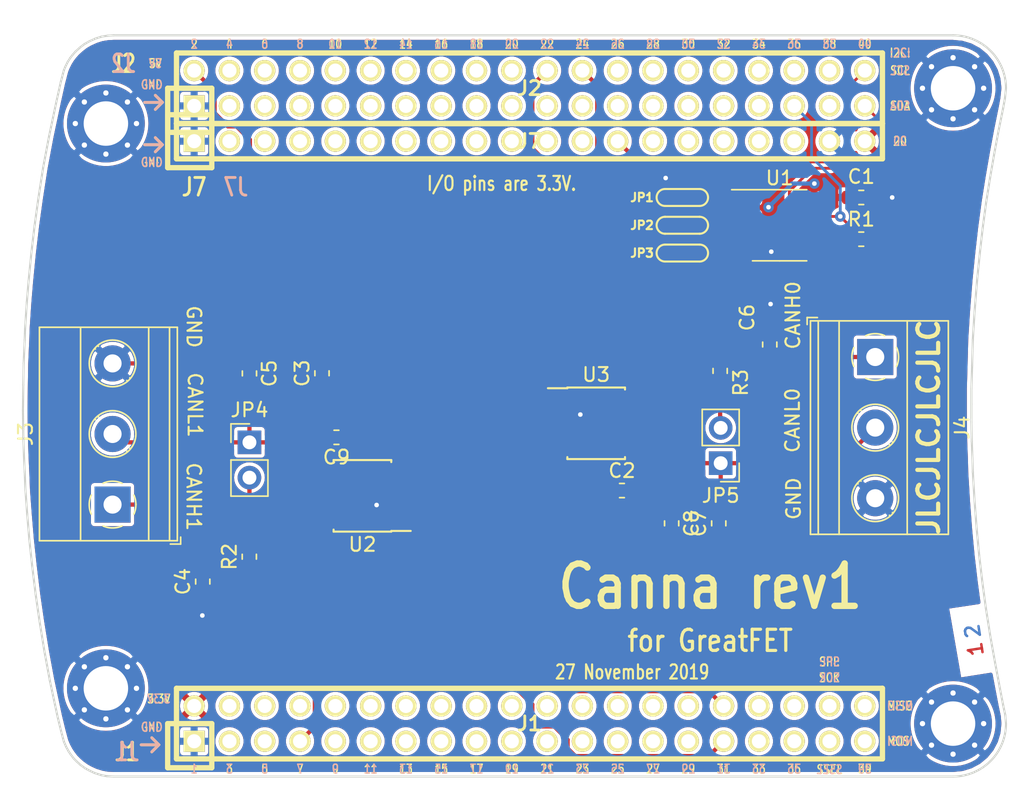
<source format=kicad_pcb>
(kicad_pcb (version 20171130) (host pcbnew "(5.1.0)-1")
  (title_block (title "Canna - the CAN neighbor") (date 2019-11-27) (rev 1) (company "by Tarik Kurtovic ") (comment 1 "designed for GreatFET"))
  (layers (0 F.Cu signal) (31 B.Cu signal) (34 B.Paste user) (35 F.Paste user) (36 B.SilkS user) (37 F.SilkS user) (38 B.Mask user) (39 F.Mask user) (44 Edge.Cuts user))
  (net 0 "")
  (net 1 GND)
  (net 2 VCC)
  (net 3 /P4_9)
  (net 4 /P0_0)
  (net 5 /P4_10)
  (net 6 /P0_1)
  (net 7 /P1_0)
  (net 8 /P5_0)
  (net 9 /P5_1)
  (net 10 /P1_1)
  (net 11 /CLK0)
  (net 12 /P1_2)
  (net 13 /P1_5)
  (net 14 /P5_2)
  (net 15 /P1_7)
  (net 16 /P1_6)
  (net 17 /P1_9)
  (net 18 /P1_8)
  (net 19 /P5_3)
  (net 20 /P1_10)
  (net 21 /P1_12)
  (net 22 /P1_11)
  (net 23 /P5_5)
  (net 24 /P5_4)
  (net 25 /P1_14)
  (net 26 /P1_13)
  (net 27 /P5_6)
  (net 28 /P1_15)
  (net 29 /P5_7)
  (net 30 /P1_16)
  (net 31 /P1_18)
  (net 32 /P1_17)
  (net 33 /P9_5)
  (net 34 /P9_6)
  (net 35 /P2_0)
  (net 36 /P6_0)
  (net 37 /P1_20)
  (net 38 /P1_19)
  (net 39 /P1_4)
  (net 40 /P1_3)
  (net 41 /P4_8)
  (net 42 /P4_0)
  (net 43 /ADC0_0)
  (net 44 /P4_5)
  (net 45 /P4_4)
  (net 46 /P4_2)
  (net 47 /P4_3)
  (net 48 /P4_6)
  (net 49 /P4_7)
  (net 50 /CLK2)
  (net 51 /P2_8)
  (net 52 /P2_7)
  (net 53 /P2_6)
  (net 54 /P7_7)
  (net 55 /WAKEUP0)
  (net 56 /P2_5)
  (net 57 /P2_4)
  (net 58 /P2_3)
  (net 59 /PF_4)
  (net 60 /P3_2)
  (net 61 /P7_2)
  (net 62 /P3_1)
  (net 63 /P7_1)
  (net 64 /P3_0)
  (net 65 /P7_0)
  (net 66 /P3_4)
  (net 67 /P6_8)
  (net 68 /P3_7)
  (net 69 /P6_7)
  (net 70 /P3_3)
  (net 71 /P2_2)
  (net 72 /P6_6)
  (net 73 /P2_1)
  (net 74 /P6_3)
  (net 75 /P3_5)
  (net 76 /P3_6)
  (net 77 /I2C0_SDA)
  (net 78 /I2C0_SCL)
  (net 79 /P6_4)
  (net 80 /P6_5)
  (net 81 /ADC0_5)
  (net 82 /ADC0_2)
  (net 83 /P2_9)
  (net 84 /P2_12)
  (net 85 /P2_13)
  (net 86 /RTC_ALARM)
  (net 87 /RESET)
  (net 88 /VBAT)
  (net 89 /P2_11)
  (net 90 /P2_10)
  (net 91 /P6_10)
  (net 92 /P6_9)
  (net 93 /P6_2)
  (net 94 /P6_1)
  (net 95 /E0)
  (net 96 /E1)
  (net 97 /E2)
  (net 98 /RTCX1)
  (net 99 +5V)
  (net 100 /CANH1)
  (net 101 /CANL1)
  (net 102 /CANH0)
  (net 103 /CANL0)
  (net 104 "Net-(JP4-Pad2)")
  (net 105 "Net-(JP5-Pad2)")
  (module neighbor:0603-JUMPER-3-BRIDGED12 (layer F.Cu) (at 157.05 82.25)
    (fp_text reference JP2 (at -2.9 0) (layer F.SilkS) (effects (font (size 0.6096 0.6096) (thickness 0.1524))))
    (fp_text value Jumper_3_Bridged12 hide)
    (pad "" smd rect (at -0.5 0) (size 0.762 0.2032) (layers F.Cu F.Mask))
    (pad 2 smd rect (at 0 0) (size 0.762 0.8636) (layers F.Cu F.Mask) (net 96 /E1))
    (pad 3 smd oval (at 1.1271 0) (size 1.0922 0.8636) (layers F.Cu F.Mask) (net 2 VCC))
    (pad 1 smd rect (at -0.835 0) (size 0.508 0.8636) (layers F.Cu F.Mask) (net 1 GND))
    (pad 3 smd rect (at 0.835 0) (size 0.508 0.8636) (layers F.Cu F.Mask) (net 2 VCC))
    (pad 1 smd oval (at -1.1271 0) (size 1.0922 0.8636) (layers F.Cu F.Mask) (net 1 GND))
  )
  (module Capacitor_SMD:C_0603_1608Metric_Pad1.05x0.95mm_HandSolder (layer F.Cu) (at 169.925 80.25 180)
    (fp_text reference C1 (at 0 1.5) (layer F.SilkS))
    (fp_text value 100nF)
    (pad 2 smd roundrect (at 0.875 0 180) (size 1.05 0.95) (layers F.Cu F.Paste F.Mask) (net 2 VCC))
    (pad 1 smd roundrect (at -0.875 0 180) (size 1.05 0.95) (layers F.Cu F.Paste F.Mask) (net 1 GND))
  )
  (module Resistor_SMD:R_0603_1608Metric_Pad1.05x0.95mm_HandSolder (layer F.Cu) (at 169.925 83.25)
    (fp_text reference R1 (at 0 -1.43) (layer F.SilkS))
    (fp_text value 10k)
    (pad 2 smd roundrect (at 0.875 0) (size 1.05 0.95) (layers F.Cu F.Paste F.Mask) (net 2 VCC))
    (pad 1 smd roundrect (at -0.875 0) (size 1.05 0.95) (layers F.Cu F.Paste F.Mask) (net 73 /P2_1))
  )
  (module neighbor:0603-JUMPER-3-BRIDGED12 (layer F.Cu) (at 157.05 84.25)
    (fp_text reference JP3 (at -2.9 0) (layer F.SilkS) (effects (font (size 0.6096 0.6096) (thickness 0.1524))))
    (fp_text value Jumper_3_Bridged12 hide)
    (pad "" smd rect (at -0.5 0) (size 0.762 0.2032) (layers F.Cu F.Mask))
    (pad 2 smd rect (at 0 0) (size 0.762 0.8636) (layers F.Cu F.Mask) (net 97 /E2))
    (pad 3 smd oval (at 1.1271 0) (size 1.0922 0.8636) (layers F.Cu F.Mask) (net 2 VCC))
    (pad 1 smd rect (at -0.835 0) (size 0.508 0.8636) (layers F.Cu F.Mask) (net 1 GND))
    (pad 3 smd rect (at 0.835 0) (size 0.508 0.8636) (layers F.Cu F.Mask) (net 2 VCC))
    (pad 1 smd oval (at -1.1271 0) (size 1.0922 0.8636) (layers F.Cu F.Mask) (net 1 GND))
  )
  (module neighbor:0603-JUMPER-3-BRIDGED12 (layer F.Cu) (at 157.05 80.25)
    (fp_text reference JP1 (at -2.9 0) (layer F.SilkS) (effects (font (size 0.6096 0.6096) (thickness 0.1524))))
    (fp_text value Jumper_3_Bridged12 hide)
    (pad "" smd rect (at -0.5 0) (size 0.762 0.2032) (layers F.Cu F.Mask))
    (pad 2 smd rect (at 0 0) (size 0.762 0.8636) (layers F.Cu F.Mask) (net 95 /E0))
    (pad 3 smd oval (at 1.1271 0) (size 1.0922 0.8636) (layers F.Cu F.Mask) (net 2 VCC))
    (pad 1 smd rect (at -0.835 0) (size 0.508 0.8636) (layers F.Cu F.Mask) (net 1 GND))
    (pad 3 smd rect (at 0.835 0) (size 0.508 0.8636) (layers F.Cu F.Mask) (net 2 VCC))
    (pad 1 smd oval (at -1.1271 0) (size 1.0922 0.8636) (layers F.Cu F.Mask) (net 1 GND))
  )
  (module Package_SO:SOIC-8_3.9x4.9mm_P1.27mm (layer F.Cu) (at 164.05 82.25)
    (fp_text reference U1 (at 0 -3.4) (layer F.SilkS))
    (fp_text value M24C02-FMN6TP)
    (pad 8 smd roundrect (at 2.475 -1.905) (size 1.95 0.6) (layers F.Cu F.Paste F.Mask) (net 2 VCC))
    (pad 7 smd roundrect (at 2.475 -0.635) (size 1.95 0.6) (layers F.Cu F.Paste F.Mask) (net 73 /P2_1))
    (pad 6 smd roundrect (at 2.475 0.635) (size 1.95 0.6) (layers F.Cu F.Paste F.Mask) (net 78 /I2C0_SCL))
    (pad 5 smd roundrect (at 2.475 1.905) (size 1.95 0.6) (layers F.Cu F.Paste F.Mask) (net 77 /I2C0_SDA))
    (pad 4 smd roundrect (at -2.475 1.905) (size 1.95 0.6) (layers F.Cu F.Paste F.Mask) (net 1 GND))
    (pad 3 smd roundrect (at -2.475 0.635) (size 1.95 0.6) (layers F.Cu F.Paste F.Mask) (net 97 /E2))
    (pad 2 smd roundrect (at -2.475 -0.635) (size 1.95 0.6) (layers F.Cu F.Paste F.Mask) (net 96 /E1))
    (pad 1 smd roundrect (at -2.475 -1.905) (size 1.95 0.6) (layers F.Cu F.Paste F.Mask) (net 95 /E0))
  )
  (module neighbor:HEADER-1x20 (layer F.Cu) (at 146.05 76.2)
    (fp_text reference J7 (at 0 0) (layer F.SilkS) (effects (font (size 1.016 1.016) (thickness 0.2032))))
    (fp_text value BONUS_ROW hide)
    (pad 1 thru_hole rect (at -24.13 0) (size 1.524 1.524) (drill 1.016) (layers *.Cu *.Mask F.SilkS) (net 1 GND))
    (pad 2 thru_hole circle (at -21.59 0) (size 1.524 1.524) (drill 1.016) (layers *.Cu *.Mask F.SilkS) (net 79 /P6_4))
    (pad 3 thru_hole circle (at -19.05 0) (size 1.524 1.524) (drill 1.016) (layers *.Cu *.Mask F.SilkS) (net 80 /P6_5))
    (pad 4 thru_hole circle (at -16.51 0) (size 1.524 1.524) (drill 1.016) (layers *.Cu *.Mask F.SilkS) (net 81 /ADC0_5))
    (pad 5 thru_hole circle (at -13.97 0) (size 1.524 1.524) (drill 1.016) (layers *.Cu *.Mask F.SilkS) (net 82 /ADC0_2))
    (pad 6 thru_hole circle (at -11.43 0) (size 1.524 1.524) (drill 1.016) (layers *.Cu *.Mask F.SilkS) (net 83 /P2_9))
    (pad 7 thru_hole circle (at -8.89 0) (size 1.524 1.524) (drill 1.016) (layers *.Cu *.Mask F.SilkS) (net 84 /P2_12))
    (pad 8 thru_hole circle (at -6.35 0) (size 1.524 1.524) (drill 1.016) (layers *.Cu *.Mask F.SilkS) (net 85 /P2_13))
    (pad 9 thru_hole circle (at -3.81 0) (size 1.524 1.524) (drill 1.016) (layers *.Cu *.Mask F.SilkS) (net 86 /RTC_ALARM))
    (pad 10 thru_hole circle (at -1.27 0) (size 1.524 1.524) (drill 1.016) (layers *.Cu *.Mask F.SilkS) (net 98 /RTCX1))
    (pad 11 thru_hole circle (at 1.27 0) (size 1.524 1.524) (drill 1.016) (layers *.Cu *.Mask F.SilkS) (net 87 /RESET))
    (pad 12 thru_hole circle (at 3.81 0) (size 1.524 1.524) (drill 1.016) (layers *.Cu *.Mask F.SilkS) (net 88 /VBAT))
    (pad 13 thru_hole circle (at 6.35 0) (size 1.524 1.524) (drill 1.016) (layers *.Cu *.Mask F.SilkS) (net 89 /P2_11))
    (pad 14 thru_hole circle (at 8.89 0) (size 1.524 1.524) (drill 1.016) (layers *.Cu *.Mask F.SilkS) (net 90 /P2_10))
    (pad 15 thru_hole circle (at 11.43 0) (size 1.524 1.524) (drill 1.016) (layers *.Cu *.Mask F.SilkS) (net 91 /P6_10))
    (pad 16 thru_hole circle (at 13.97 0) (size 1.524 1.524) (drill 1.016) (layers *.Cu *.Mask F.SilkS) (net 92 /P6_9))
    (pad 17 thru_hole circle (at 16.51 0) (size 1.524 1.524) (drill 1.016) (layers *.Cu *.Mask F.SilkS) (net 93 /P6_2))
    (pad 18 thru_hole circle (at 19.05 0) (size 1.524 1.524) (drill 1.016) (layers *.Cu *.Mask F.SilkS) (net 94 /P6_1))
    (pad 19 thru_hole circle (at 21.59 0) (size 1.524 1.524) (drill 1.016) (layers *.Cu *.Mask F.SilkS) (net 1 GND))
    (pad 20 thru_hole circle (at 24.13 0) (size 1.524 1.524) (drill 1.016) (layers *.Cu *.Mask F.SilkS) (net 2 VCC))
  )
  (module neighbor:HEADER-2x20 (layer F.Cu) (at 146.05 118.11)
    (fp_text reference J1 (at 0 0) (layer F.SilkS) (effects (font (size 1.016 1.016) (thickness 0.2032))))
    (fp_text value NEIGHBOR1 hide)
    (pad 1 thru_hole rect (at -24.13 1.27) (size 1.524 1.524) (drill 1.016) (layers *.Cu *.Mask F.SilkS) (net 1 GND))
    (pad 2 thru_hole circle (at -24.13 -1.27) (size 1.524 1.524) (drill 1.016) (layers *.Cu *.Mask F.SilkS) (net 2 VCC))
    (pad 3 thru_hole circle (at -21.59 1.27) (size 1.524 1.524) (drill 1.016) (layers *.Cu *.Mask F.SilkS) (net 3 /P4_9))
    (pad 4 thru_hole circle (at -21.59 -1.27) (size 1.524 1.524) (drill 1.016) (layers *.Cu *.Mask F.SilkS) (net 4 /P0_0))
    (pad 5 thru_hole circle (at -19.05 1.27) (size 1.524 1.524) (drill 1.016) (layers *.Cu *.Mask F.SilkS) (net 5 /P4_10))
    (pad 6 thru_hole circle (at -19.05 -1.27) (size 1.524 1.524) (drill 1.016) (layers *.Cu *.Mask F.SilkS) (net 6 /P0_1))
    (pad 7 thru_hole circle (at -16.51 1.27) (size 1.524 1.524) (drill 1.016) (layers *.Cu *.Mask F.SilkS) (net 7 /P1_0))
    (pad 8 thru_hole circle (at -16.51 -1.27) (size 1.524 1.524) (drill 1.016) (layers *.Cu *.Mask F.SilkS) (net 8 /P5_0))
    (pad 9 thru_hole circle (at -13.97 1.27) (size 1.524 1.524) (drill 1.016) (layers *.Cu *.Mask F.SilkS) (net 9 /P5_1))
    (pad 10 thru_hole circle (at -13.97 -1.27) (size 1.524 1.524) (drill 1.016) (layers *.Cu *.Mask F.SilkS) (net 10 /P1_1))
    (pad 11 thru_hole circle (at -11.43 1.27) (size 1.524 1.524) (drill 1.016) (layers *.Cu *.Mask F.SilkS) (net 11 /CLK0))
    (pad 12 thru_hole circle (at -11.43 -1.27) (size 1.524 1.524) (drill 1.016) (layers *.Cu *.Mask F.SilkS) (net 12 /P1_2))
    (pad 13 thru_hole circle (at -8.89 1.27) (size 1.524 1.524) (drill 1.016) (layers *.Cu *.Mask F.SilkS) (net 13 /P1_5))
    (pad 14 thru_hole circle (at -8.89 -1.27) (size 1.524 1.524) (drill 1.016) (layers *.Cu *.Mask F.SilkS) (net 14 /P5_2))
    (pad 15 thru_hole circle (at -6.35 1.27) (size 1.524 1.524) (drill 1.016) (layers *.Cu *.Mask F.SilkS) (net 15 /P1_7))
    (pad 16 thru_hole circle (at -6.35 -1.27) (size 1.524 1.524) (drill 1.016) (layers *.Cu *.Mask F.SilkS) (net 16 /P1_6))
    (pad 17 thru_hole circle (at -3.81 1.27) (size 1.524 1.524) (drill 1.016) (layers *.Cu *.Mask F.SilkS) (net 17 /P1_9))
    (pad 18 thru_hole circle (at -3.81 -1.27) (size 1.524 1.524) (drill 1.016) (layers *.Cu *.Mask F.SilkS) (net 18 /P1_8))
    (pad 19 thru_hole circle (at -1.27 1.27) (size 1.524 1.524) (drill 1.016) (layers *.Cu *.Mask F.SilkS) (net 19 /P5_3))
    (pad 20 thru_hole circle (at -1.27 -1.27) (size 1.524 1.524) (drill 1.016) (layers *.Cu *.Mask F.SilkS) (net 20 /P1_10))
    (pad 21 thru_hole circle (at 1.27 1.27) (size 1.524 1.524) (drill 1.016) (layers *.Cu *.Mask F.SilkS) (net 21 /P1_12))
    (pad 22 thru_hole circle (at 1.27 -1.27) (size 1.524 1.524) (drill 1.016) (layers *.Cu *.Mask F.SilkS) (net 22 /P1_11))
    (pad 23 thru_hole circle (at 3.81 1.27) (size 1.524 1.524) (drill 1.016) (layers *.Cu *.Mask F.SilkS) (net 23 /P5_5))
    (pad 24 thru_hole circle (at 3.81 -1.27) (size 1.524 1.524) (drill 1.016) (layers *.Cu *.Mask F.SilkS) (net 24 /P5_4))
    (pad 25 thru_hole circle (at 6.35 1.27) (size 1.524 1.524) (drill 1.016) (layers *.Cu *.Mask F.SilkS) (net 25 /P1_14))
    (pad 26 thru_hole circle (at 6.35 -1.27) (size 1.524 1.524) (drill 1.016) (layers *.Cu *.Mask F.SilkS) (net 26 /P1_13))
    (pad 27 thru_hole circle (at 8.89 1.27) (size 1.524 1.524) (drill 1.016) (layers *.Cu *.Mask F.SilkS) (net 27 /P5_6))
    (pad 28 thru_hole circle (at 8.89 -1.27) (size 1.524 1.524) (drill 1.016) (layers *.Cu *.Mask F.SilkS) (net 28 /P1_15))
    (pad 29 thru_hole circle (at 11.43 1.27) (size 1.524 1.524) (drill 1.016) (layers *.Cu *.Mask F.SilkS) (net 29 /P5_7))
    (pad 30 thru_hole circle (at 11.43 -1.27) (size 1.524 1.524) (drill 1.016) (layers *.Cu *.Mask F.SilkS) (net 30 /P1_16))
    (pad 31 thru_hole circle (at 13.97 1.27) (size 1.524 1.524) (drill 1.016) (layers *.Cu *.Mask F.SilkS) (net 31 /P1_18))
    (pad 32 thru_hole circle (at 13.97 -1.27) (size 1.524 1.524) (drill 1.016) (layers *.Cu *.Mask F.SilkS) (net 32 /P1_17))
    (pad 33 thru_hole circle (at 16.51 1.27) (size 1.524 1.524) (drill 1.016) (layers *.Cu *.Mask F.SilkS) (net 33 /P9_5))
    (pad 34 thru_hole circle (at 16.51 -1.27) (size 1.524 1.524) (drill 1.016) (layers *.Cu *.Mask F.SilkS) (net 34 /P9_6))
    (pad 35 thru_hole circle (at 19.05 1.27) (size 1.524 1.524) (drill 1.016) (layers *.Cu *.Mask F.SilkS) (net 35 /P2_0))
    (pad 36 thru_hole circle (at 19.05 -1.27) (size 1.524 1.524) (drill 1.016) (layers *.Cu *.Mask F.SilkS) (net 36 /P6_0))
    (pad 37 thru_hole circle (at 21.59 1.27) (size 1.524 1.524) (drill 1.016) (layers *.Cu *.Mask F.SilkS) (net 37 /P1_20))
    (pad 38 thru_hole circle (at 21.59 -1.27) (size 1.524 1.524) (drill 1.016) (layers *.Cu *.Mask F.SilkS) (net 38 /P1_19))
    (pad 39 thru_hole circle (at 24.13 1.27) (size 1.524 1.524) (drill 1.016) (layers *.Cu *.Mask F.SilkS) (net 39 /P1_4))
    (pad 40 thru_hole circle (at 24.13 -1.27) (size 1.524 1.524) (drill 1.016) (layers *.Cu *.Mask F.SilkS) (net 40 /P1_3))
  )
  (module neighbor:HEADER-2x20 (layer F.Cu) (at 146.05 72.39)
    (fp_text reference J2 (at 0 0) (layer F.SilkS) (effects (font (size 1.016 1.016) (thickness 0.2032))))
    (fp_text value NEIGHBOR2 hide)
    (pad 1 thru_hole rect (at -24.13 1.27) (size 1.524 1.524) (drill 1.016) (layers *.Cu *.Mask F.SilkS) (net 1 GND))
    (pad 2 thru_hole circle (at -24.13 -1.27) (size 1.524 1.524) (drill 1.016) (layers *.Cu *.Mask F.SilkS) (net 99 +5V))
    (pad 3 thru_hole circle (at -21.59 1.27) (size 1.524 1.524) (drill 1.016) (layers *.Cu *.Mask F.SilkS) (net 41 /P4_8))
    (pad 4 thru_hole circle (at -21.59 -1.27) (size 1.524 1.524) (drill 1.016) (layers *.Cu *.Mask F.SilkS) (net 42 /P4_0))
    (pad 5 thru_hole circle (at -19.05 1.27) (size 1.524 1.524) (drill 1.016) (layers *.Cu *.Mask F.SilkS) (net 43 /ADC0_0))
    (pad 6 thru_hole circle (at -19.05 -1.27) (size 1.524 1.524) (drill 1.016) (layers *.Cu *.Mask F.SilkS) (net 44 /P4_5))
    (pad 7 thru_hole circle (at -16.51 1.27) (size 1.524 1.524) (drill 1.016) (layers *.Cu *.Mask F.SilkS) (net 45 /P4_4))
    (pad 8 thru_hole circle (at -16.51 -1.27) (size 1.524 1.524) (drill 1.016) (layers *.Cu *.Mask F.SilkS) (net 46 /P4_2))
    (pad 9 thru_hole circle (at -13.97 1.27) (size 1.524 1.524) (drill 1.016) (layers *.Cu *.Mask F.SilkS) (net 47 /P4_3))
    (pad 10 thru_hole circle (at -13.97 -1.27) (size 1.524 1.524) (drill 1.016) (layers *.Cu *.Mask F.SilkS) (net 48 /P4_6))
    (pad 11 thru_hole circle (at -11.43 1.27) (size 1.524 1.524) (drill 1.016) (layers *.Cu *.Mask F.SilkS) (net 49 /P4_7))
    (pad 12 thru_hole circle (at -11.43 -1.27) (size 1.524 1.524) (drill 1.016) (layers *.Cu *.Mask F.SilkS) (net 50 /CLK2))
    (pad 13 thru_hole circle (at -8.89 1.27) (size 1.524 1.524) (drill 1.016) (layers *.Cu *.Mask F.SilkS) (net 51 /P2_8))
    (pad 14 thru_hole circle (at -8.89 -1.27) (size 1.524 1.524) (drill 1.016) (layers *.Cu *.Mask F.SilkS) (net 52 /P2_7))
    (pad 15 thru_hole circle (at -6.35 1.27) (size 1.524 1.524) (drill 1.016) (layers *.Cu *.Mask F.SilkS) (net 53 /P2_6))
    (pad 16 thru_hole circle (at -6.35 -1.27) (size 1.524 1.524) (drill 1.016) (layers *.Cu *.Mask F.SilkS) (net 54 /P7_7))
    (pad 17 thru_hole circle (at -3.81 1.27) (size 1.524 1.524) (drill 1.016) (layers *.Cu *.Mask F.SilkS) (net 55 /WAKEUP0))
    (pad 18 thru_hole circle (at -3.81 -1.27) (size 1.524 1.524) (drill 1.016) (layers *.Cu *.Mask F.SilkS) (net 56 /P2_5))
    (pad 19 thru_hole circle (at -1.27 1.27) (size 1.524 1.524) (drill 1.016) (layers *.Cu *.Mask F.SilkS) (net 57 /P2_4))
    (pad 20 thru_hole circle (at -1.27 -1.27) (size 1.524 1.524) (drill 1.016) (layers *.Cu *.Mask F.SilkS) (net 58 /P2_3))
    (pad 21 thru_hole circle (at 1.27 1.27) (size 1.524 1.524) (drill 1.016) (layers *.Cu *.Mask F.SilkS) (net 59 /PF_4))
    (pad 22 thru_hole circle (at 1.27 -1.27) (size 1.524 1.524) (drill 1.016) (layers *.Cu *.Mask F.SilkS) (net 60 /P3_2))
    (pad 23 thru_hole circle (at 3.81 1.27) (size 1.524 1.524) (drill 1.016) (layers *.Cu *.Mask F.SilkS) (net 61 /P7_2))
    (pad 24 thru_hole circle (at 3.81 -1.27) (size 1.524 1.524) (drill 1.016) (layers *.Cu *.Mask F.SilkS) (net 62 /P3_1))
    (pad 25 thru_hole circle (at 6.35 1.27) (size 1.524 1.524) (drill 1.016) (layers *.Cu *.Mask F.SilkS) (net 63 /P7_1))
    (pad 26 thru_hole circle (at 6.35 -1.27) (size 1.524 1.524) (drill 1.016) (layers *.Cu *.Mask F.SilkS) (net 64 /P3_0))
    (pad 27 thru_hole circle (at 8.89 1.27) (size 1.524 1.524) (drill 1.016) (layers *.Cu *.Mask F.SilkS) (net 65 /P7_0))
    (pad 28 thru_hole circle (at 8.89 -1.27) (size 1.524 1.524) (drill 1.016) (layers *.Cu *.Mask F.SilkS) (net 66 /P3_4))
    (pad 29 thru_hole circle (at 11.43 1.27) (size 1.524 1.524) (drill 1.016) (layers *.Cu *.Mask F.SilkS) (net 67 /P6_8))
    (pad 30 thru_hole circle (at 11.43 -1.27) (size 1.524 1.524) (drill 1.016) (layers *.Cu *.Mask F.SilkS) (net 68 /P3_7))
    (pad 31 thru_hole circle (at 13.97 1.27) (size 1.524 1.524) (drill 1.016) (layers *.Cu *.Mask F.SilkS) (net 69 /P6_7))
    (pad 32 thru_hole circle (at 13.97 -1.27) (size 1.524 1.524) (drill 1.016) (layers *.Cu *.Mask F.SilkS) (net 70 /P3_3))
    (pad 33 thru_hole circle (at 16.51 1.27) (size 1.524 1.524) (drill 1.016) (layers *.Cu *.Mask F.SilkS) (net 71 /P2_2))
    (pad 34 thru_hole circle (at 16.51 -1.27) (size 1.524 1.524) (drill 1.016) (layers *.Cu *.Mask F.SilkS) (net 72 /P6_6))
    (pad 35 thru_hole circle (at 19.05 1.27) (size 1.524 1.524) (drill 1.016) (layers *.Cu *.Mask F.SilkS) (net 73 /P2_1))
    (pad 36 thru_hole circle (at 19.05 -1.27) (size 1.524 1.524) (drill 1.016) (layers *.Cu *.Mask F.SilkS) (net 74 /P6_3))
    (pad 37 thru_hole circle (at 21.59 1.27) (size 1.524 1.524) (drill 1.016) (layers *.Cu *.Mask F.SilkS) (net 75 /P3_5))
    (pad 38 thru_hole circle (at 21.59 -1.27) (size 1.524 1.524) (drill 1.016) (layers *.Cu *.Mask F.SilkS) (net 76 /P3_6))
    (pad 39 thru_hole circle (at 24.13 1.27) (size 1.524 1.524) (drill 1.016) (layers *.Cu *.Mask F.SilkS) (net 77 /I2C0_SDA))
    (pad 40 thru_hole circle (at 24.13 -1.27) (size 1.524 1.524) (drill 1.016) (layers *.Cu *.Mask F.SilkS) (net 78 /I2C0_SCL))
  )
  (module neighbor:HOLE126MIL-COPPER (layer F.Cu) (at 115.57 74.93)
    (fp_text reference MH1 hide)
    (fp_text value MOUNTING_HOLE hide)
    (pad 1 thru_hole circle (at 0 0) (size 5.6 5.6) (drill 3.2004) (layers *.Cu *.Mask) (net 1 GND))
    (pad 1 thru_hole circle (at 0 -2.2) (size 0.6 0.6) (drill 0.381) (layers *.Cu *.Mask) (net 1 GND))
    (pad 1 thru_hole circle (at -2.2 0) (size 0.6 0.6) (drill 0.381) (layers *.Cu *.Mask) (net 1 GND))
    (pad 1 thru_hole circle (at 0 2.2) (size 0.6 0.6) (drill 0.381) (layers *.Cu *.Mask) (net 1 GND))
    (pad 1 thru_hole circle (at 2.2 0) (size 0.6 0.6) (drill 0.381) (layers *.Cu *.Mask) (net 1 GND))
    (pad 1 thru_hole circle (at 1.55 -1.55) (size 0.6 0.6) (drill 0.381) (layers *.Cu *.Mask) (net 1 GND))
    (pad 1 thru_hole circle (at -1.55 -1.55) (size 0.6 0.6) (drill 0.381) (layers *.Cu *.Mask) (net 1 GND))
    (pad 1 thru_hole circle (at -1.55 1.55) (size 0.6 0.6) (drill 0.381) (layers *.Cu *.Mask) (net 1 GND))
    (pad 1 thru_hole circle (at 1.55 1.55) (size 0.6 0.6) (drill 0.381) (layers *.Cu *.Mask) (net 1 GND))
  )
  (module neighbor:HOLE126MIL-COPPER (layer F.Cu) (at 115.57 115.57)
    (fp_text reference MH2 hide)
    (fp_text value MOUNTING_HOLE hide)
    (pad 1 thru_hole circle (at 0 0) (size 5.6 5.6) (drill 3.2004) (layers *.Cu *.Mask) (net 1 GND))
    (pad 1 thru_hole circle (at 0 -2.2) (size 0.6 0.6) (drill 0.381) (layers *.Cu *.Mask) (net 1 GND))
    (pad 1 thru_hole circle (at -2.2 0) (size 0.6 0.6) (drill 0.381) (layers *.Cu *.Mask) (net 1 GND))
    (pad 1 thru_hole circle (at 0 2.2) (size 0.6 0.6) (drill 0.381) (layers *.Cu *.Mask) (net 1 GND))
    (pad 1 thru_hole circle (at 2.2 0) (size 0.6 0.6) (drill 0.381) (layers *.Cu *.Mask) (net 1 GND))
    (pad 1 thru_hole circle (at 1.55 -1.55) (size 0.6 0.6) (drill 0.381) (layers *.Cu *.Mask) (net 1 GND))
    (pad 1 thru_hole circle (at -1.55 -1.55) (size 0.6 0.6) (drill 0.381) (layers *.Cu *.Mask) (net 1 GND))
    (pad 1 thru_hole circle (at -1.55 1.55) (size 0.6 0.6) (drill 0.381) (layers *.Cu *.Mask) (net 1 GND))
    (pad 1 thru_hole circle (at 1.55 1.55) (size 0.6 0.6) (drill 0.381) (layers *.Cu *.Mask) (net 1 GND))
  )
  (module neighbor:HOLE126MIL-COPPER (layer F.Cu) (at 176.53 118.11)
    (fp_text reference MH3 hide)
    (fp_text value MOUNTING_HOLE hide)
    (pad 1 thru_hole circle (at 0 0) (size 5.6 5.6) (drill 3.2004) (layers *.Cu *.Mask) (net 1 GND))
    (pad 1 thru_hole circle (at 0 -2.2) (size 0.6 0.6) (drill 0.381) (layers *.Cu *.Mask) (net 1 GND))
    (pad 1 thru_hole circle (at -2.2 0) (size 0.6 0.6) (drill 0.381) (layers *.Cu *.Mask) (net 1 GND))
    (pad 1 thru_hole circle (at 0 2.2) (size 0.6 0.6) (drill 0.381) (layers *.Cu *.Mask) (net 1 GND))
    (pad 1 thru_hole circle (at 2.2 0) (size 0.6 0.6) (drill 0.381) (layers *.Cu *.Mask) (net 1 GND))
    (pad 1 thru_hole circle (at 1.55 -1.55) (size 0.6 0.6) (drill 0.381) (layers *.Cu *.Mask) (net 1 GND))
    (pad 1 thru_hole circle (at -1.55 -1.55) (size 0.6 0.6) (drill 0.381) (layers *.Cu *.Mask) (net 1 GND))
    (pad 1 thru_hole circle (at -1.55 1.55) (size 0.6 0.6) (drill 0.381) (layers *.Cu *.Mask) (net 1 GND))
    (pad 1 thru_hole circle (at 1.55 1.55) (size 0.6 0.6) (drill 0.381) (layers *.Cu *.Mask) (net 1 GND))
  )
  (module neighbor:HOLE126MIL-COPPER (layer F.Cu) (at 176.53 72.39)
    (fp_text reference MH4 hide)
    (fp_text value MOUNTING_HOLE hide)
    (pad 1 thru_hole circle (at 0 0) (size 5.6 5.6) (drill 3.2004) (layers *.Cu *.Mask) (net 1 GND))
    (pad 1 thru_hole circle (at 0 -2.2) (size 0.6 0.6) (drill 0.381) (layers *.Cu *.Mask) (net 1 GND))
    (pad 1 thru_hole circle (at -2.2 0) (size 0.6 0.6) (drill 0.381) (layers *.Cu *.Mask) (net 1 GND))
    (pad 1 thru_hole circle (at 0 2.2) (size 0.6 0.6) (drill 0.381) (layers *.Cu *.Mask) (net 1 GND))
    (pad 1 thru_hole circle (at 2.2 0) (size 0.6 0.6) (drill 0.381) (layers *.Cu *.Mask) (net 1 GND))
    (pad 1 thru_hole circle (at 1.55 -1.55) (size 0.6 0.6) (drill 0.381) (layers *.Cu *.Mask) (net 1 GND))
    (pad 1 thru_hole circle (at -1.55 -1.55) (size 0.6 0.6) (drill 0.381) (layers *.Cu *.Mask) (net 1 GND))
    (pad 1 thru_hole circle (at -1.55 1.55) (size 0.6 0.6) (drill 0.381) (layers *.Cu *.Mask) (net 1 GND))
    (pad 1 thru_hole circle (at 1.55 1.55) (size 0.6 0.6) (drill 0.381) (layers *.Cu *.Mask) (net 1 GND))
  )
  (module Capacitor_SMD:C_0603_1608Metric_Pad1.05x0.95mm_HandSolder (layer F.Cu) (at 152.705 101.34)
    (fp_text reference C2 (at 0 -1.43) (layer F.SilkS))
    (fp_text value 100nF)
    (pad 2 smd roundrect (at 0.875 0) (size 1.05 0.95) (layers F.Cu F.Paste F.Mask) (net 2 VCC))
    (pad 1 smd roundrect (at -0.875 0) (size 1.05 0.95) (layers F.Cu F.Paste F.Mask) (net 99 +5V))
  )
  (module Capacitor_SMD:C_0603_1608Metric_Pad1.05x0.95mm_HandSolder (layer F.Cu) (at 131.12 92.9 90)
    (fp_text reference C3 (at 0 -1.43 90) (layer F.SilkS))
    (fp_text value 47nF)
    (pad 1 smd roundrect (at -0.875 0 90) (size 1.05 0.95) (layers F.Cu F.Paste F.Mask) (net 2 VCC))
    (pad 2 smd roundrect (at 0.875 0 90) (size 1.05 0.95) (layers F.Cu F.Paste F.Mask) (net 1 GND))
  )
  (module Capacitor_SMD:C_0603_1608Metric_Pad1.05x0.95mm_HandSolder (layer F.Cu) (at 122.54 107.89 90)
    (fp_text reference C4 (at 0 -1.43 90) (layer F.SilkS))
    (fp_text value 100pF)
    (pad 2 smd roundrect (at 0.875 0 90) (size 1.05 0.95) (layers F.Cu F.Paste F.Mask) (net 100 /CANH1))
    (pad 1 smd roundrect (at -0.875 0 90) (size 1.05 0.95) (layers F.Cu F.Paste F.Mask) (net 1 GND))
  )
  (module Capacitor_SMD:C_0603_1608Metric_Pad1.05x0.95mm_HandSolder (layer F.Cu) (at 125.9 92.91 270)
    (fp_text reference C5 (at 0 -1.43 270) (layer F.SilkS))
    (fp_text value 100pF)
    (pad 1 smd roundrect (at -0.875 0 270) (size 1.05 0.95) (layers F.Cu F.Paste F.Mask) (net 1 GND))
    (pad 2 smd roundrect (at 0.875 0 270) (size 1.05 0.95) (layers F.Cu F.Paste F.Mask) (net 101 /CANL1))
  )
  (module Capacitor_SMD:C_0603_1608Metric_Pad1.05x0.95mm_HandSolder (layer F.Cu) (at 163.34 90.83 270)
    (fp_text reference C6 (at -1.94 1.63 270) (layer F.SilkS))
    (fp_text value 100pF)
    (pad 1 smd roundrect (at -0.875 0 270) (size 1.05 0.95) (layers F.Cu F.Paste F.Mask) (net 1 GND))
    (pad 2 smd roundrect (at 0.875 0 270) (size 1.05 0.95) (layers F.Cu F.Paste F.Mask) (net 102 /CANH0))
  )
  (module Capacitor_SMD:C_0603_1608Metric_Pad1.05x0.95mm_HandSolder (layer F.Cu) (at 159.67 103.7 90)
    (fp_text reference C7 (at 0 -1.43 90) (layer F.SilkS))
    (fp_text value 100pF)
    (pad 2 smd roundrect (at 0.875 0 90) (size 1.05 0.95) (layers F.Cu F.Paste F.Mask) (net 103 /CANL0))
    (pad 1 smd roundrect (at -0.875 0 90) (size 1.05 0.95) (layers F.Cu F.Paste F.Mask) (net 1 GND))
  )
  (module Capacitor_SMD:C_0603_1608Metric_Pad1.05x0.95mm_HandSolder (layer F.Cu) (at 156.28 103.7 270)
    (fp_text reference C8 (at 0 -1.43 270) (layer F.SilkS))
    (fp_text value 47nF)
    (pad 1 smd roundrect (at -0.875 0 270) (size 1.05 0.95) (layers F.Cu F.Paste F.Mask) (net 2 VCC))
    (pad 2 smd roundrect (at 0.875 0 270) (size 1.05 0.95) (layers F.Cu F.Paste F.Mask) (net 1 GND))
  )
  (module TerminalBlock_Phoenix:TerminalBlock_Phoenix_MKDS-1,5-3-5.08_1x03_P5.08mm_Horizontal (layer F.Cu) (at 116.05 102.35 90)
    (fp_text reference J3 (at 5.08 -6.26 90) (layer F.SilkS))
    (fp_text value Screw_Terminal_01x03)
    (pad 1 thru_hole rect (at 0 0 90) (size 2.6 2.6) (drill 1.3) (layers *.Cu *.Mask) (net 100 /CANH1))
    (pad 2 thru_hole circle (at 5.08 0 90) (size 2.6 2.6) (drill 1.3) (layers *.Cu *.Mask) (net 101 /CANL1))
    (pad 3 thru_hole circle (at 10.16 0 90) (size 2.6 2.6) (drill 1.3) (layers *.Cu *.Mask) (net 1 GND))
  )
  (module TerminalBlock_Phoenix:TerminalBlock_Phoenix_MKDS-1,5-3-5.08_1x03_P5.08mm_Horizontal (layer F.Cu) (at 170.93 91.73 270)
    (fp_text reference J4 (at 5.08 -6.26 270) (layer F.SilkS))
    (fp_text value Screw_Terminal_01x03)
    (pad 3 thru_hole circle (at 10.16 0 270) (size 2.6 2.6) (drill 1.3) (layers *.Cu *.Mask) (net 1 GND))
    (pad 2 thru_hole circle (at 5.08 0 270) (size 2.6 2.6) (drill 1.3) (layers *.Cu *.Mask) (net 103 /CANL0))
    (pad 1 thru_hole rect (at 0 0 270) (size 2.6 2.6) (drill 1.3) (layers *.Cu *.Mask) (net 102 /CANH0))
  )
  (module Connector_PinHeader_2.54mm:PinHeader_1x02_P2.54mm_Vertical (layer F.Cu) (at 125.9 97.87)
    (fp_text reference JP4 (at 0 -2.33) (layer F.SilkS))
    (fp_text value Jumper_2_Bridged)
    (pad 1 thru_hole rect (at 0 0) (size 1.7 1.7) (drill 1) (layers *.Cu *.Mask) (net 101 /CANL1))
    (pad 2 thru_hole oval (at 0 2.54) (size 1.7 1.7) (drill 1) (layers *.Cu *.Mask) (net 104 "Net-(JP4-Pad2)"))
  )
  (module Connector_PinHeader_2.54mm:PinHeader_1x02_P2.54mm_Vertical (layer F.Cu) (at 159.81 99.37 180)
    (fp_text reference JP5 (at 0 -2.33 180) (layer F.SilkS))
    (fp_text value Jumper_2_Bridged)
    (pad 2 thru_hole oval (at 0 2.54 180) (size 1.7 1.7) (drill 1) (layers *.Cu *.Mask) (net 105 "Net-(JP5-Pad2)"))
    (pad 1 thru_hole rect (at 0 0 180) (size 1.7 1.7) (drill 1) (layers *.Cu *.Mask) (net 103 /CANL0))
  )
  (module Resistor_SMD:R_0603_1608Metric_Pad1.05x0.95mm_HandSolder (layer F.Cu) (at 125.89 106.1 90)
    (fp_text reference R2 (at 0 -1.43 90) (layer F.SilkS))
    (fp_text value 120Ohm)
    (pad 1 smd roundrect (at -0.875 0 90) (size 1.05 0.95) (layers F.Cu F.Paste F.Mask) (net 100 /CANH1))
    (pad 2 smd roundrect (at 0.875 0 90) (size 1.05 0.95) (layers F.Cu F.Paste F.Mask) (net 104 "Net-(JP4-Pad2)"))
  )
  (module Resistor_SMD:R_0603_1608Metric_Pad1.05x0.95mm_HandSolder (layer F.Cu) (at 159.77 92.73 270)
    (fp_text reference R3 (at 0.85 -1.48 270) (layer F.SilkS))
    (fp_text value 120Ohm)
    (pad 2 smd roundrect (at 0.875 0 270) (size 1.05 0.95) (layers F.Cu F.Paste F.Mask) (net 105 "Net-(JP5-Pad2)"))
    (pad 1 smd roundrect (at -0.875 0 270) (size 1.05 0.95) (layers F.Cu F.Paste F.Mask) (net 102 /CANH0))
  )
  (module Package_SO:SOIC-8_3.9x4.9mm_P1.27mm (layer F.Cu) (at 134.03 101.72 180)
    (fp_text reference U2 (at 0 -3.5 180) (layer F.SilkS))
    (fp_text value TJA1042T-3)
    (pad 1 smd rect (at -2.7 -1.905 180) (size 1.55 0.6) (layers F.Cu F.Paste F.Mask) (net 32 /P1_17))
    (pad 2 smd rect (at -2.7 -0.635 180) (size 1.55 0.6) (layers F.Cu F.Paste F.Mask) (net 1 GND))
    (pad 3 smd rect (at -2.7 0.635 180) (size 1.55 0.6) (layers F.Cu F.Paste F.Mask) (net 99 +5V))
    (pad 4 smd rect (at -2.7 1.905 180) (size 1.55 0.6) (layers F.Cu F.Paste F.Mask) (net 31 /P1_18))
    (pad 5 smd rect (at 2.7 1.905 180) (size 1.55 0.6) (layers F.Cu F.Paste F.Mask) (net 2 VCC))
    (pad 6 smd rect (at 2.7 0.635 180) (size 1.55 0.6) (layers F.Cu F.Paste F.Mask) (net 101 /CANL1))
    (pad 7 smd rect (at 2.7 -0.635 180) (size 1.55 0.6) (layers F.Cu F.Paste F.Mask) (net 100 /CANH1))
    (pad 8 smd rect (at 2.7 -1.905 180) (size 1.55 0.6) (layers F.Cu F.Paste F.Mask) (net 7 /P1_0))
  )
  (module Package_SO:SOIC-8_3.9x4.9mm_P1.27mm (layer F.Cu) (at 150.85 96.5)
    (fp_text reference U3 (at 0 -3.5) (layer F.SilkS))
    (fp_text value TJA1042T-3)
    (pad 8 smd rect (at 2.7 -1.905) (size 1.55 0.6) (layers F.Cu F.Paste F.Mask) (net 89 /P2_11))
    (pad 7 smd rect (at 2.7 -0.635) (size 1.55 0.6) (layers F.Cu F.Paste F.Mask) (net 102 /CANH0))
    (pad 6 smd rect (at 2.7 0.635) (size 1.55 0.6) (layers F.Cu F.Paste F.Mask) (net 103 /CANL0))
    (pad 5 smd rect (at 2.7 1.905) (size 1.55 0.6) (layers F.Cu F.Paste F.Mask) (net 2 VCC))
    (pad 4 smd rect (at -2.7 1.905) (size 1.55 0.6) (layers F.Cu F.Paste F.Mask) (net 62 /P3_1))
    (pad 3 smd rect (at -2.7 0.635) (size 1.55 0.6) (layers F.Cu F.Paste F.Mask) (net 99 +5V))
    (pad 2 smd rect (at -2.7 -0.635) (size 1.55 0.6) (layers F.Cu F.Paste F.Mask) (net 1 GND))
    (pad 1 smd rect (at -2.7 -1.905) (size 1.55 0.6) (layers F.Cu F.Paste F.Mask) (net 60 /P3_2))
  )
  (module Capacitor_SMD:C_0603_1608Metric_Pad1.05x0.95mm_HandSolder (layer F.Cu) (at 132.16 97.51 180)
    (fp_text reference C9 (at 0 -1.43 180) (layer F.SilkS))
    (fp_text value 100nF)
    (pad 1 smd roundrect (at -0.875 0 180) (size 1.05 0.95) (layers F.Cu F.Paste F.Mask) (net 99 +5V))
    (pad 2 smd roundrect (at 0.875 0 180) (size 1.05 0.95) (layers F.Cu F.Paste F.Mask) (net 2 VCC))
  )
  (gr_text CANL0 (at 164.98 96.29 90) (layer F.SilkS) (effects (font (size 1 1))))
  (gr_text GND (at 165.06 101.92 90) (layer F.SilkS) (effects (font (size 1 1))))
  (gr_text CANH0 (at 165.01 88.73 90) (layer F.SilkS) (effects (font (size 1 1))))
  (gr_text CANH1 (at 121.89 101.78 270) (layer F.SilkS) (effects (font (size 1 1))))
  (gr_text CANL1 (at 121.98 95.18 270) (layer F.SilkS) (effects (font (size 1 1))))
  (gr_text GND (at 121.9 89.55 270) (layer F.SilkS) (effects (font (size 1 1))))
  (gr_text JLCJLCJLCJLC (at 174.78 96.78 90) (layer F.SilkS) (effects (font (size 1.5 1.5) (thickness 0.3))))
  (gr_text "for GreatFET" (at 159.05 112.15) (layer F.SilkS) (effects (font (size 1.524 1.27) (thickness 0.2286))))
  (gr_line (start 109.6772 98.933) (end 109.728 99.9998) (angle 90) (layer Edge.Cuts) (width 0.15))
  (gr_line (start 109.6264 97.4852) (end 109.6772 98.933) (angle 90) (layer Edge.Cuts) (width 0.15))
  (gr_line (start 109.601 95.5802) (end 109.6264 97.4852) (angle 90) (layer Edge.Cuts) (width 0.15))
  (gr_line (start 109.6264 93.726) (end 109.601 95.5802) (angle 90) (layer Edge.Cuts) (width 0.15))
  (gr_line (start 109.6518 92.1766) (end 109.6264 93.726) (angle 90) (layer Edge.Cuts) (width 0.15))
  (gr_line (start 109.728 90.5002) (end 109.6518 92.1766) (angle 90) (layer Edge.Cuts) (width 0.15))
  (gr_line (start 177.927 99.0346) (end 177.9524 99.9998) (angle 90) (layer Edge.Cuts) (width 0.15))
  (gr_line (start 177.8762 97.79) (end 177.927 99.0346) (angle 90) (layer Edge.Cuts) (width 0.15))
  (gr_line (start 177.8508 96.393) (end 177.8762 97.79) (angle 90) (layer Edge.Cuts) (width 0.15))
  (gr_line (start 177.8508 95.123) (end 177.8508 96.393) (angle 90) (layer Edge.Cuts) (width 0.15))
  (gr_line (start 177.8508 94.0054) (end 177.8508 95.123) (angle 90) (layer Edge.Cuts) (width 0.15))
  (gr_line (start 177.9016 92.3544) (end 177.8508 94.0054) (angle 90) (layer Edge.Cuts) (width 0.15))
  (gr_line (start 177.9524 90.5002) (end 177.9016 92.3544) (angle 90) (layer Edge.Cuts) (width 0.15))
  (gr_text "27 November 2019" (at 153.4414 114.4016) (layer F.SilkS) (effects (font (size 1.016 0.762) (thickness 0.1524))))
  (gr_text 2 (at 177.95 111.45 98.9) (layer B.Cu) (effects (font (size 1.016 1.016) (thickness 0.1778))))
  (gr_text 1 (at 178.15 112.75 98.9) (layer F.Cu) (effects (font (size 1.016 1.016) (thickness 0.1778))))
  (gr_text 5V (at 119.126 70.612) (layer B.SilkS) (effects (font (size 0.635 0.508) (thickness 0.1016)) (justify mirror)))
  (gr_text GND (at 118.872 72.136) (layer B.SilkS) (effects (font (size 0.635 0.508) (thickness 0.1016)) (justify mirror)))
  (gr_line (start 118.364 73.406) (end 119.634 73.406) (angle 90) (layer B.SilkS) (width 0.2032))
  (gr_line (start 119.634 73.406) (end 119.126 72.898) (angle 90) (layer B.SilkS) (width 0.2032))
  (gr_line (start 119.634 73.406) (end 119.126 73.914) (angle 90) (layer B.SilkS) (width 0.2032))
  (gr_line (start 119.634 76.454) (end 118.364 76.454) (angle 90) (layer B.SilkS) (width 0.2032))
  (gr_line (start 119.634 76.454) (end 119.126 75.946) (angle 90) (layer B.SilkS) (width 0.2032))
  (gr_line (start 119.634 76.454) (end 119.126 76.962) (angle 90) (layer B.SilkS) (width 0.2032))
  (gr_text GND (at 118.872 77.724) (layer B.SilkS) (effects (font (size 0.635 0.508) (thickness 0.1016)) (justify mirror)))
  (gr_text SDA (at 172.72 73.66) (layer B.SilkS) (effects (font (size 0.635 0.508) (thickness 0.1016)) (justify mirror)))
  (gr_text SCL (at 172.72 71.12) (layer B.SilkS) (effects (font (size 0.635 0.508) (thickness 0.1016)) (justify mirror)))
  (gr_text I2C: (at 172.72 69.85) (layer B.SilkS) (effects (font (size 0.635 0.508) (thickness 0.1016)) (justify mirror)))
  (gr_text 20 (at 172.72 76.2) (layer B.SilkS) (effects (font (size 0.635 0.508) (thickness 0.1016)) (justify mirror)))
  (gr_text MOSI (at 172.72 119.38) (layer B.SilkS) (effects (font (size 0.635 0.508) (thickness 0.1016)) (justify mirror)))
  (gr_text MISO (at 172.72 116.84) (layer B.SilkS) (effects (font (size 0.635 0.508) (thickness 0.1016)) (justify mirror)))
  (gr_text SCK (at 167.64 114.808) (layer B.SilkS) (effects (font (size 0.635 0.508) (thickness 0.1016)) (justify mirror)))
  (gr_text SPI: (at 167.64 113.665) (layer B.SilkS) (effects (font (size 0.635 0.508) (thickness 0.1016)) (justify mirror)))
  (gr_text GND (at 118.872 118.364) (layer B.SilkS) (effects (font (size 0.635 0.508) (thickness 0.1016)) (justify mirror)))
  (gr_text 3.3V (at 119.38 116.332) (layer B.SilkS) (effects (font (size 0.635 0.508) (thickness 0.1016)) (justify mirror)))
  (gr_line (start 119.38 119.634) (end 118.11 119.634) (angle 90) (layer B.SilkS) (width 0.2032))
  (gr_line (start 119.38 119.634) (end 118.872 119.126) (angle 90) (layer B.SilkS) (width 0.2032))
  (gr_line (start 119.38 119.634) (end 118.872 120.142) (angle 90) (layer B.SilkS) (width 0.2032))
  (gr_text 1 (at 121.92 121.3739) (layer B.SilkS) (effects (font (size 0.635 0.508) (thickness 0.1016)) (justify mirror)))
  (gr_text J1 (at 117.094 120.142) (layer B.SilkS) (effects (font (size 1.27 1.016) (thickness 0.2032)) (justify mirror)))
  (gr_text J1 (at 117.094 120.142) (layer F.SilkS) (effects (font (size 1.27 1.016) (thickness 0.2032))))
  (gr_text J7 (at 124.92 79.502) (layer B.SilkS) (effects (font (size 1.27 1.016) (thickness 0.2032)) (justify mirror)))
  (gr_text J2 (at 116.84 70.612) (layer B.SilkS) (effects (font (size 1.27 1.016) (thickness 0.2032)) (justify mirror)))
  (gr_text 2 (at 121.92 69.215) (layer B.SilkS) (effects (font (size 0.635 0.508) (thickness 0.1016)) (justify mirror)))
  (gr_text 4 (at 124.46 69.215) (layer B.SilkS) (effects (font (size 0.635 0.508) (thickness 0.1016)) (justify mirror)))
  (gr_text 6 (at 127 69.215) (layer B.SilkS) (effects (font (size 0.635 0.508) (thickness 0.1016)) (justify mirror)))
  (gr_text 8 (at 129.54 69.215) (layer B.SilkS) (effects (font (size 0.635 0.508) (thickness 0.1016)) (justify mirror)))
  (gr_text 10 (at 132.08 69.215) (layer B.SilkS) (effects (font (size 0.635 0.508) (thickness 0.1016)) (justify mirror)))
  (gr_text 12 (at 134.62 69.215) (layer B.SilkS) (effects (font (size 0.635 0.508) (thickness 0.1016)) (justify mirror)))
  (gr_text 14 (at 137.16 69.215) (layer B.SilkS) (effects (font (size 0.635 0.508) (thickness 0.1016)) (justify mirror)))
  (gr_text 16 (at 139.7 69.215) (layer B.SilkS) (effects (font (size 0.635 0.508) (thickness 0.1016)) (justify mirror)))
  (gr_text 18 (at 142.24 69.215) (layer B.SilkS) (effects (font (size 0.635 0.508) (thickness 0.1016)) (justify mirror)))
  (gr_text 20 (at 144.78 69.215) (layer B.SilkS) (effects (font (size 0.635 0.508) (thickness 0.1016)) (justify mirror)))
  (gr_text 22 (at 147.32 69.215) (layer B.SilkS) (effects (font (size 0.635 0.508) (thickness 0.1016)) (justify mirror)))
  (gr_text 24 (at 149.86 69.215) (layer B.SilkS) (effects (font (size 0.635 0.508) (thickness 0.1016)) (justify mirror)))
  (gr_text 26 (at 152.4 69.215) (layer B.SilkS) (effects (font (size 0.635 0.508) (thickness 0.1016)) (justify mirror)))
  (gr_text 28 (at 154.94 69.215) (layer B.SilkS) (effects (font (size 0.635 0.508) (thickness 0.1016)) (justify mirror)))
  (gr_text 30 (at 157.48 69.215) (layer B.SilkS) (effects (font (size 0.635 0.508) (thickness 0.1016)) (justify mirror)))
  (gr_text 32 (at 160.02 69.215) (layer B.SilkS) (effects (font (size 0.635 0.508) (thickness 0.1016)) (justify mirror)))
  (gr_text 34 (at 162.56 69.215) (layer B.SilkS) (effects (font (size 0.635 0.508) (thickness 0.1016)) (justify mirror)))
  (gr_text 36 (at 165.1 69.215) (layer B.SilkS) (effects (font (size 0.635 0.508) (thickness 0.1016)) (justify mirror)))
  (gr_text 38 (at 167.64 69.215) (layer B.SilkS) (effects (font (size 0.635 0.508) (thickness 0.1016)) (justify mirror)))
  (gr_text 40 (at 170.18 69.215) (layer B.SilkS) (effects (font (size 0.635 0.508) (thickness 0.1016)) (justify mirror)))
  (gr_text SSEL (at 167.64 121.412) (layer B.SilkS) (effects (font (size 0.635 0.508) (thickness 0.1016)) (justify mirror)))
  (gr_text 3 (at 124.46 121.3739) (layer B.SilkS) (effects (font (size 0.635 0.508) (thickness 0.1016)) (justify mirror)))
  (gr_text 5 (at 127 121.3739) (layer B.SilkS) (effects (font (size 0.635 0.508) (thickness 0.1016)) (justify mirror)))
  (gr_text 7 (at 129.54 121.3739) (layer B.SilkS) (effects (font (size 0.635 0.508) (thickness 0.1016)) (justify mirror)))
  (gr_text 9 (at 132.08 121.3739) (layer B.SilkS) (effects (font (size 0.635 0.508) (thickness 0.1016)) (justify mirror)))
  (gr_text 11 (at 134.62 121.3739) (layer B.SilkS) (effects (font (size 0.635 0.508) (thickness 0.1016)) (justify mirror)))
  (gr_text 13 (at 137.16 121.3739) (layer B.SilkS) (effects (font (size 0.635 0.508) (thickness 0.1016)) (justify mirror)))
  (gr_text 15 (at 139.7 121.3739) (layer B.SilkS) (effects (font (size 0.635 0.508) (thickness 0.1016)) (justify mirror)))
  (gr_text 17 (at 142.24 121.3739) (layer B.SilkS) (effects (font (size 0.635 0.508) (thickness 0.1016)) (justify mirror)))
  (gr_text 19 (at 144.78 121.3739) (layer B.SilkS) (effects (font (size 0.635 0.508) (thickness 0.1016)) (justify mirror)))
  (gr_text 21 (at 147.32 121.3739) (layer B.SilkS) (effects (font (size 0.635 0.508) (thickness 0.1016)) (justify mirror)))
  (gr_text 23 (at 149.86 121.3739) (layer B.SilkS) (effects (font (size 0.635 0.508) (thickness 0.1016)) (justify mirror)))
  (gr_text 25 (at 152.4 121.3739) (layer B.SilkS) (effects (font (size 0.635 0.508) (thickness 0.1016)) (justify mirror)))
  (gr_text 27 (at 154.94 121.3739) (layer B.SilkS) (effects (font (size 0.635 0.508) (thickness 0.1016)) (justify mirror)))
  (gr_text 29 (at 157.48 121.3739) (layer B.SilkS) (effects (font (size 0.635 0.508) (thickness 0.1016)) (justify mirror)))
  (gr_text 31 (at 160.02 121.3739) (layer B.SilkS) (effects (font (size 0.635 0.508) (thickness 0.1016)) (justify mirror)))
  (gr_text 33 (at 162.56 121.3739) (layer B.SilkS) (effects (font (size 0.635 0.508) (thickness 0.1016)) (justify mirror)))
  (gr_text 35 (at 165.1 121.3739) (layer B.SilkS) (effects (font (size 0.635 0.508) (thickness 0.1016)) (justify mirror)))
  (gr_text 39 (at 170.18 121.3739) (layer B.SilkS) (effects (font (size 0.635 0.508) (thickness 0.1016)) (justify mirror)))
  (gr_text 20 (at 172.72 76.2) (layer F.SilkS) (effects (font (size 0.635 0.508) (thickness 0.1016))))
  (gr_text 40 (at 170.18 69.215) (layer F.SilkS) (effects (font (size 0.635 0.508) (thickness 0.1016))))
  (gr_text 38 (at 167.64 69.215) (layer F.SilkS) (effects (font (size 0.635 0.508) (thickness 0.1016))))
  (gr_text 36 (at 165.1 69.215) (layer F.SilkS) (effects (font (size 0.635 0.508) (thickness 0.1016))))
  (gr_text 34 (at 162.56 69.215) (layer F.SilkS) (effects (font (size 0.635 0.508) (thickness 0.1016))))
  (gr_text 32 (at 160.02 69.215) (layer F.SilkS) (effects (font (size 0.635 0.508) (thickness 0.1016))))
  (gr_text 30 (at 157.48 69.215) (layer F.SilkS) (effects (font (size 0.635 0.508) (thickness 0.1016))))
  (gr_text 28 (at 154.94 69.215) (layer F.SilkS) (effects (font (size 0.635 0.508) (thickness 0.1016))))
  (gr_text 26 (at 152.4 69.215) (layer F.SilkS) (effects (font (size 0.635 0.508) (thickness 0.1016))))
  (gr_text 24 (at 149.86 69.215) (layer F.SilkS) (effects (font (size 0.635 0.508) (thickness 0.1016))))
  (gr_text 22 (at 147.32 69.215) (layer F.SilkS) (effects (font (size 0.635 0.508) (thickness 0.1016))))
  (gr_text 20 (at 144.78 69.215) (layer F.SilkS) (effects (font (size 0.635 0.508) (thickness 0.1016))))
  (gr_text 18 (at 142.24 69.215) (layer F.SilkS) (effects (font (size 0.635 0.508) (thickness 0.1016))))
  (gr_text 16 (at 139.7 69.215) (layer F.SilkS) (effects (font (size 0.635 0.508) (thickness 0.1016))))
  (gr_text 14 (at 137.16 69.215) (layer F.SilkS) (effects (font (size 0.635 0.508) (thickness 0.1016))))
  (gr_text 12 (at 134.62 69.215) (layer F.SilkS) (effects (font (size 0.635 0.508) (thickness 0.1016))))
  (gr_text 10 (at 132.08 69.215) (layer F.SilkS) (effects (font (size 0.635 0.508) (thickness 0.1016))))
  (gr_text 8 (at 129.54 69.215) (layer F.SilkS) (effects (font (size 0.635 0.508) (thickness 0.1016))))
  (gr_text 6 (at 127 69.215) (layer F.SilkS) (effects (font (size 0.635 0.508) (thickness 0.1016))))
  (gr_text 4 (at 124.46 69.215) (layer F.SilkS) (effects (font (size 0.635 0.508) (thickness 0.1016))))
  (gr_text 2 (at 121.92 69.215) (layer F.SilkS) (effects (font (size 0.635 0.508) (thickness 0.1016))))
  (gr_text 39 (at 170.18 121.3739) (layer F.SilkS) (effects (font (size 0.635 0.508) (thickness 0.1016))))
  (gr_text 35 (at 165.1 121.3739) (layer F.SilkS) (effects (font (size 0.635 0.508) (thickness 0.1016))))
  (gr_text 33 (at 162.56 121.3739) (layer F.SilkS) (effects (font (size 0.635 0.508) (thickness 0.1016))))
  (gr_text 31 (at 160.02 121.3739) (layer F.SilkS) (effects (font (size 0.635 0.508) (thickness 0.1016))))
  (gr_text 29 (at 157.48 121.3739) (layer F.SilkS) (effects (font (size 0.635 0.508) (thickness 0.1016))))
  (gr_text 27 (at 154.94 121.3739) (layer F.SilkS) (effects (font (size 0.635 0.508) (thickness 0.1016))))
  (gr_text 25 (at 152.4 121.3739) (layer F.SilkS) (effects (font (size 0.635 0.508) (thickness 0.1016))))
  (gr_text 23 (at 149.86 121.3739) (layer F.SilkS) (effects (font (size 0.635 0.508) (thickness 0.1016))))
  (gr_text 21 (at 147.32 121.3739) (layer F.SilkS) (effects (font (size 0.635 0.508) (thickness 0.1016))))
  (gr_text 19 (at 144.78 121.3739) (layer F.SilkS) (effects (font (size 0.635 0.508) (thickness 0.1016))))
  (gr_text 17 (at 142.24 121.3739) (layer F.SilkS) (effects (font (size 0.635 0.508) (thickness 0.1016))))
  (gr_text 15 (at 139.7 121.3739) (layer F.SilkS) (effects (font (size 0.635 0.508) (thickness 0.1016))))
  (gr_text 13 (at 137.16 121.3739) (layer F.SilkS) (effects (font (size 0.635 0.508) (thickness 0.1016))))
  (gr_text 11 (at 134.62 121.3739) (layer F.SilkS) (effects (font (size 0.635 0.508) (thickness 0.1016))))
  (gr_text 9 (at 132.08 121.3739) (layer F.SilkS) (effects (font (size 0.635 0.508) (thickness 0.1016))))
  (gr_text 7 (at 129.54 121.3739) (layer F.SilkS) (effects (font (size 0.635 0.508) (thickness 0.1016))))
  (gr_text 5 (at 127 121.3739) (layer F.SilkS) (effects (font (size 0.635 0.508) (thickness 0.1016))))
  (gr_text 3 (at 124.46 121.3739) (layer F.SilkS) (effects (font (size 0.635 0.508) (thickness 0.1016))))
  (gr_text "I/O pins are 3.3V." (at 144.05 79.25) (layer F.SilkS) (effects (font (size 1.016 0.762) (thickness 0.1524))))
  (gr_line (start 119.38 119.634) (end 118.872 120.142) (angle 90) (layer F.SilkS) (width 0.2032))
  (gr_line (start 119.38 119.634) (end 118.872 119.126) (angle 90) (layer F.SilkS) (width 0.2032))
  (gr_line (start 119.38 119.634) (end 118.11 119.634) (angle 90) (layer F.SilkS) (width 0.2032))
  (gr_text GND (at 118.872 77.724) (layer F.SilkS) (effects (font (size 0.635 0.508) (thickness 0.1016))))
  (gr_line (start 119.634 76.454) (end 119.126 76.962) (angle 90) (layer F.SilkS) (width 0.2032))
  (gr_line (start 119.634 76.454) (end 119.126 75.946) (angle 90) (layer F.SilkS) (width 0.2032))
  (gr_line (start 119.634 76.454) (end 118.364 76.454) (angle 90) (layer F.SilkS) (width 0.2032))
  (gr_line (start 119.634 73.406) (end 119.126 73.914) (angle 90) (layer F.SilkS) (width 0.2032))
  (gr_line (start 119.634 73.406) (end 119.126 72.898) (angle 90) (layer F.SilkS) (width 0.2032))
  (gr_line (start 118.364 73.406) (end 119.634 73.406) (angle 90) (layer F.SilkS) (width 0.2032))
  (gr_text GND (at 118.872 72.136) (layer F.SilkS) (effects (font (size 0.635 0.508) (thickness 0.1016))))
  (gr_text 5V (at 119.126 70.612) (layer F.SilkS) (effects (font (size 0.635 0.508) (thickness 0.1016))))
  (gr_text 3.3V (at 119.38 116.332) (layer F.SilkS) (effects (font (size 0.635 0.508) (thickness 0.1016))))
  (gr_text GND (at 118.872 118.364) (layer F.SilkS) (effects (font (size 0.635 0.508) (thickness 0.1016))))
  (gr_text SPI: (at 167.64 113.665) (layer F.SilkS) (effects (font (size 0.635 0.508) (thickness 0.1016))))
  (gr_text I2C: (at 172.72 69.85) (layer F.SilkS) (effects (font (size 0.635 0.508) (thickness 0.1016))))
  (gr_text SCL (at 172.72 71.12) (layer F.SilkS) (effects (font (size 0.635 0.508) (thickness 0.1016))))
  (gr_text SDA (at 172.72 73.66) (layer F.SilkS) (effects (font (size 0.635 0.508) (thickness 0.1016))))
  (gr_text SCK (at 167.64 114.808) (layer F.SilkS) (effects (font (size 0.635 0.508) (thickness 0.1016))))
  (gr_text SSEL (at 167.64 121.412) (layer F.SilkS) (effects (font (size 0.635 0.508) (thickness 0.1016))))
  (gr_text MISO (at 172.72 116.84) (layer F.SilkS) (effects (font (size 0.635 0.508) (thickness 0.1016))))
  (gr_text MOSI (at 172.72 119.38) (layer F.SilkS) (effects (font (size 0.635 0.508) (thickness 0.1016))))
  (gr_text J7 (at 121.92 79.502) (layer F.SilkS) (effects (font (size 1.27 1.016) (thickness 0.2032))))
  (gr_text J2 (at 116.84 70.612) (layer F.SilkS) (effects (font (size 1.27 1.016) (thickness 0.2032))))
  (gr_line (start 180.2638 73.1266) (end 180.34 72.39) (angle 90) (layer Edge.Cuts) (width 0.15))
  (gr_line (start 109.7788 101.2952) (end 109.728 99.9998) (angle 90) (layer Edge.Cuts) (width 0.15))
  (gr_line (start 109.9058 103.0224) (end 109.7788 101.2952) (angle 90) (layer Edge.Cuts) (width 0.15))
  (gr_line (start 110.0582 104.8512) (end 109.9058 103.0224) (angle 90) (layer Edge.Cuts) (width 0.15))
  (gr_line (start 110.2614 106.7308) (end 110.0582 104.8512) (angle 90) (layer Edge.Cuts) (width 0.15))
  (gr_line (start 110.5154 108.8136) (end 110.2614 106.7308) (angle 90) (layer Edge.Cuts) (width 0.15))
  (gr_line (start 110.7948 110.744) (end 110.5154 108.8136) (angle 90) (layer Edge.Cuts) (width 0.15))
  (gr_line (start 111.1504 112.9284) (end 110.7948 110.744) (angle 90) (layer Edge.Cuts) (width 0.15))
  (gr_line (start 111.5314 114.9858) (end 111.1504 112.9284) (angle 90) (layer Edge.Cuts) (width 0.15))
  (gr_line (start 112.0902 117.602) (end 111.5314 114.9858) (angle 90) (layer Edge.Cuts) (width 0.15))
  (gr_line (start 112.3442 118.6434) (end 112.0902 117.602) (angle 90) (layer Edge.Cuts) (width 0.15))
  (gr_line (start 112.4458 119.0244) (end 112.3442 118.6434) (angle 90) (layer Edge.Cuts) (width 0.15))
  (gr_line (start 112.5474 119.4054) (end 112.4458 119.0244) (angle 90) (layer Edge.Cuts) (width 0.15))
  (gr_line (start 112.6998 119.761) (end 112.5474 119.4054) (angle 90) (layer Edge.Cuts) (width 0.15))
  (gr_line (start 112.8776 120.0912) (end 112.6998 119.761) (angle 90) (layer Edge.Cuts) (width 0.15))
  (gr_line (start 113.03 120.3198) (end 112.8776 120.0912) (angle 90) (layer Edge.Cuts) (width 0.15))
  (gr_line (start 113.2586 120.6246) (end 113.03 120.3198) (angle 90) (layer Edge.Cuts) (width 0.15))
  (gr_line (start 113.4872 120.8532) (end 113.2586 120.6246) (angle 90) (layer Edge.Cuts) (width 0.15))
  (gr_line (start 113.7412 121.0818) (end 113.4872 120.8532) (angle 90) (layer Edge.Cuts) (width 0.15))
  (gr_line (start 114.0968 121.3358) (end 113.7412 121.0818) (angle 90) (layer Edge.Cuts) (width 0.15))
  (gr_line (start 114.3762 121.4882) (end 114.0968 121.3358) (angle 90) (layer Edge.Cuts) (width 0.15))
  (gr_line (start 114.7572 121.666) (end 114.3762 121.4882) (angle 90) (layer Edge.Cuts) (width 0.15))
  (gr_line (start 115.2398 121.8184) (end 114.7572 121.666) (angle 90) (layer Edge.Cuts) (width 0.15))
  (gr_line (start 115.6462 121.8946) (end 115.2398 121.8184) (angle 90) (layer Edge.Cuts) (width 0.15))
  (gr_line (start 116.1288 121.92) (end 115.6462 121.8946) (angle 90) (layer Edge.Cuts) (width 0.15))
  (gr_line (start 109.7534 89.7128) (end 109.728 90.5002) (angle 90) (layer Edge.Cuts) (width 0.15))
  (gr_line (start 109.8804 87.7824) (end 109.7534 89.7128) (angle 90) (layer Edge.Cuts) (width 0.15))
  (gr_line (start 110.0074 86.2584) (end 109.8804 87.7824) (angle 90) (layer Edge.Cuts) (width 0.15))
  (gr_line (start 110.2106 84.201) (end 110.0074 86.2584) (angle 90) (layer Edge.Cuts) (width 0.15))
  (gr_line (start 110.4392 82.2706) (end 110.2106 84.201) (angle 90) (layer Edge.Cuts) (width 0.15))
  (gr_line (start 110.7186 80.264) (end 110.4392 82.2706) (angle 90) (layer Edge.Cuts) (width 0.15))
  (gr_line (start 111.0488 78.1304) (end 110.7186 80.264) (angle 90) (layer Edge.Cuts) (width 0.15))
  (gr_line (start 111.4806 75.8444) (end 111.0488 78.1304) (angle 90) (layer Edge.Cuts) (width 0.15))
  (gr_line (start 112.014 73.3298) (end 111.4806 75.8444) (angle 90) (layer Edge.Cuts) (width 0.15))
  (gr_line (start 112.3188 71.9582) (end 112.014 73.3298) (angle 90) (layer Edge.Cuts) (width 0.15))
  (gr_line (start 112.395 71.6788) (end 112.3188 71.9582) (angle 90) (layer Edge.Cuts) (width 0.15))
  (gr_line (start 112.4712 71.374) (end 112.395 71.6788) (angle 90) (layer Edge.Cuts) (width 0.15))
  (gr_line (start 112.5474 71.0946) (end 112.4712 71.374) (angle 90) (layer Edge.Cuts) (width 0.15))
  (gr_line (start 112.649 70.8406) (end 112.5474 71.0946) (angle 90) (layer Edge.Cuts) (width 0.15))
  (gr_line (start 112.8268 70.485) (end 112.649 70.8406) (angle 90) (layer Edge.Cuts) (width 0.15))
  (gr_line (start 113.0046 70.2056) (end 112.8268 70.485) (angle 90) (layer Edge.Cuts) (width 0.15))
  (gr_line (start 113.1824 69.977) (end 113.0046 70.2056) (angle 90) (layer Edge.Cuts) (width 0.15))
  (gr_line (start 113.3856 69.7484) (end 113.1824 69.977) (angle 90) (layer Edge.Cuts) (width 0.15))
  (gr_line (start 113.6904 69.469) (end 113.3856 69.7484) (angle 90) (layer Edge.Cuts) (width 0.15))
  (gr_line (start 114.0206 69.215) (end 113.6904 69.469) (angle 90) (layer Edge.Cuts) (width 0.15))
  (gr_line (start 114.3762 69.0118) (end 114.0206 69.215) (angle 90) (layer Edge.Cuts) (width 0.15))
  (gr_line (start 114.8334 68.8086) (end 114.3762 69.0118) (angle 90) (layer Edge.Cuts) (width 0.15))
  (gr_line (start 115.2398 68.6816) (end 114.8334 68.8086) (angle 90) (layer Edge.Cuts) (width 0.15))
  (gr_line (start 115.697 68.6054) (end 115.2398 68.6816) (angle 90) (layer Edge.Cuts) (width 0.15))
  (gr_line (start 116.1288 68.58) (end 115.697 68.6054) (angle 90) (layer Edge.Cuts) (width 0.15))
  (gr_line (start 180.2892 117.5004) (end 180.34 118.11) (angle 90) (layer Edge.Cuts) (width 0.15))
  (gr_line (start 180.1368 116.7892) (end 180.2892 117.5004) (angle 90) (layer Edge.Cuts) (width 0.15))
  (gr_line (start 179.8828 115.4684) (end 180.1368 116.7892) (angle 90) (layer Edge.Cuts) (width 0.15))
  (gr_line (start 179.5526 113.7158) (end 179.8828 115.4684) (angle 90) (layer Edge.Cuts) (width 0.15))
  (gr_line (start 179.2224 111.887) (end 179.5526 113.7158) (angle 90) (layer Edge.Cuts) (width 0.15))
  (gr_line (start 178.8922 109.8042) (end 179.2224 111.887) (angle 90) (layer Edge.Cuts) (width 0.15))
  (gr_line (start 178.6382 107.9246) (end 178.8922 109.8042) (angle 90) (layer Edge.Cuts) (width 0.15))
  (gr_line (start 178.4096 105.9942) (end 178.6382 107.9246) (angle 90) (layer Edge.Cuts) (width 0.15))
  (gr_line (start 178.2318 104.1146) (end 178.4096 105.9942) (angle 90) (layer Edge.Cuts) (width 0.15))
  (gr_line (start 178.0794 102.108) (end 178.2318 104.1146) (angle 90) (layer Edge.Cuts) (width 0.15))
  (gr_line (start 177.9524 99.9998) (end 178.0794 102.108) (angle 90) (layer Edge.Cuts) (width 0.15))
  (gr_line (start 180.1368 73.8124) (end 180.2638 73.1266) (angle 90) (layer Edge.Cuts) (width 0.15))
  (gr_line (start 179.8066 75.438) (end 180.1368 73.8124) (angle 90) (layer Edge.Cuts) (width 0.15))
  (gr_line (start 179.5018 77.0636) (end 179.8066 75.438) (angle 90) (layer Edge.Cuts) (width 0.15))
  (gr_line (start 179.197 78.8162) (end 179.5018 77.0636) (angle 90) (layer Edge.Cuts) (width 0.15))
  (gr_line (start 178.9176 80.5688) (end 179.197 78.8162) (angle 90) (layer Edge.Cuts) (width 0.15))
  (gr_line (start 178.6636 82.4484) (end 178.9176 80.5688) (angle 90) (layer Edge.Cuts) (width 0.15))
  (gr_line (start 178.4604 84.2264) (end 178.6636 82.4484) (angle 90) (layer Edge.Cuts) (width 0.15))
  (gr_line (start 178.2572 86.233) (end 178.4604 84.2264) (angle 90) (layer Edge.Cuts) (width 0.15))
  (gr_line (start 178.0794 88.4682) (end 178.2572 86.233) (angle 90) (layer Edge.Cuts) (width 0.15))
  (gr_line (start 177.9524 90.5002) (end 178.0794 88.4682) (angle 90) (layer Edge.Cuts) (width 0.15))
  (gr_arc (start 176.53 118.11) (end 180.34 118.11) (angle 90) (layer Edge.Cuts) (width 0.15))
  (gr_text "Canna rev1" (at 159.05 108.25) (layer F.SilkS) (effects (font (size 3.048 2.54) (thickness 0.4572))))
  (gr_arc (start 176.53 72.39) (end 176.53 68.58) (angle 90) (layer Edge.Cuts) (width 0.15))
  (gr_line (start 176.53 121.92) (end 116.1288 121.92) (angle 90) (layer Edge.Cuts) (width 0.15))
  (gr_line (start 116.1288 68.58) (end 176.53 68.58) (angle 90) (layer Edge.Cuts) (width 0.15))
  (segment (start 155.914999 84.242099) (end 155.914999 84.25) (width 0.2032) (layer F.Cu) (net 1))
  (via (at 155.85 78.85) (size 0.762) (drill 0.3302) (layers F.Cu B.Cu) (net 1))
  (segment (start 155.85 84.1771) (end 155.914999 84.242099) (width 0.2032) (layer F.Cu) (net 1))
  (segment (start 155.85 78.85) (end 155.85 84.1771) (width 0.2032) (layer F.Cu) (net 1))
  (via (at 172.15 80.25) (size 0.762) (drill 0.3302) (layers F.Cu B.Cu) (net 1))
  (segment (start 170.8 80.25) (end 172.15 80.25) (width 0.2032) (layer F.Cu) (net 1))
  (via (at 163.45 84.15) (size 0.762) (drill 0.3302) (layers F.Cu B.Cu) (net 1))
  (segment (start 161.575 84.155) (end 163.445 84.155) (width 0.2032) (layer F.Cu) (net 1))
  (segment (start 163.445 84.155) (end 163.45 84.15) (width 0.2032) (layer F.Cu) (net 1))
  (segment (start 156.28 104.575) (end 159.67 104.575) (width 0.3048) (layer F.Cu) (net 1))
  (segment (start 168.245 104.575) (end 170.93 101.89) (width 0.3048) (layer F.Cu) (net 1))
  (segment (start 159.67 104.575) (end 168.245 104.575) (width 0.3048) (layer F.Cu) (net 1))
  (segment (start 125.745 92.19) (end 125.9 92.035) (width 0.3048) (layer F.Cu) (net 1))
  (segment (start 116.05 92.19) (end 125.745 92.19) (width 0.3048) (layer F.Cu) (net 1))
  (segment (start 131.11 92.035) (end 131.12 92.025) (width 0.3048) (layer F.Cu) (net 1))
  (segment (start 125.9 92.035) (end 131.11 92.035) (width 0.3048) (layer F.Cu) (net 1))
  (via (at 135.05 102.38) (size 0.762) (drill 0.3302) (layers F.Cu B.Cu) (net 1))
  (segment (start 136.705 102.38) (end 136.73 102.355) (width 0.3048) (layer F.Cu) (net 1))
  (segment (start 135.05 102.38) (end 136.705 102.38) (width 0.3048) (layer F.Cu) (net 1))
  (via (at 149.71 95.87) (size 0.762) (drill 0.3302) (layers F.Cu B.Cu) (net 1))
  (segment (start 149.705 95.865) (end 149.71 95.87) (width 0.3048) (layer F.Cu) (net 1))
  (segment (start 148.15 95.865) (end 149.705 95.865) (width 0.3048) (layer F.Cu) (net 1))
  (via (at 122.51 110.33) (size 0.762) (drill 0.3302) (layers F.Cu B.Cu) (net 1))
  (segment (start 122.51 108.795) (end 122.54 108.765) (width 0.3048) (layer F.Cu) (net 1))
  (segment (start 122.51 110.33) (end 122.51 108.795) (width 0.3048) (layer F.Cu) (net 1))
  (via (at 163.4 87.92) (size 0.762) (drill 0.3302) (layers F.Cu B.Cu) (net 1))
  (segment (start 163.34 87.98) (end 163.4 87.92) (width 0.3048) (layer F.Cu) (net 1))
  (segment (start 163.34 89.955) (end 163.34 87.98) (width 0.3048) (layer F.Cu) (net 1))
  (segment (start 168.955 80.345) (end 169.05 80.25) (width 0.2032) (layer F.Cu) (net 2))
  (segment (start 166.525 80.345) (end 168.955 80.345) (width 0.2032) (layer F.Cu) (net 2))
  (segment (start 170.35 81.45) (end 170.8 81.9) (width 0.2032) (layer F.Cu) (net 2))
  (segment (start 169.05 80.25) (end 169.05 81.05) (width 0.2032) (layer F.Cu) (net 2))
  (segment (start 170.8 81.9) (end 170.8 83.25) (width 0.2032) (layer F.Cu) (net 2))
  (segment (start 169.45 81.45) (end 170.35 81.45) (width 0.2032) (layer F.Cu) (net 2))
  (segment (start 169.05 81.05) (end 169.45 81.45) (width 0.2032) (layer F.Cu) (net 2))
  (segment (start 166.525 80.345) (end 166.525 79.275) (width 0.3048) (layer F.Cu) (net 2))
  (via (at 166.55 79.25) (size 0.762) (drill 0.3302) (layers F.Cu B.Cu) (net 2))
  (segment (start 166.525 79.275) (end 166.55 79.25) (width 0.3048) (layer F.Cu) (net 2))
  (via (at 163.25 80.95) (size 0.762) (drill 0.3302) (layers F.Cu B.Cu) (net 2))
  (segment (start 166.55 79.25) (end 164.95 79.25) (width 0.3048) (layer B.Cu) (net 2))
  (segment (start 164.95 79.25) (end 163.25 80.95) (width 0.3048) (layer B.Cu) (net 2))
  (segment (start 159.8618 80.25) (end 159.028 80.25) (width 0.3048) (layer F.Cu) (net 2))
  (segment (start 159.028 80.25) (end 158.1771 80.25) (width 0.3048) (layer F.Cu) (net 2))
  (segment (start 160.5618 80.95) (end 159.8618 80.25) (width 0.3048) (layer F.Cu) (net 2))
  (segment (start 163.25 80.95) (end 160.5618 80.95) (width 0.3048) (layer F.Cu) (net 2))
  (segment (start 162.52801 83.55019) (end 163.25 82.8282) (width 0.3048) (layer F.Cu) (net 2))
  (segment (start 160.56161 83.55019) (end 162.52801 83.55019) (width 0.3048) (layer F.Cu) (net 2))
  (segment (start 159.8618 84.25) (end 160.56161 83.55019) (width 0.3048) (layer F.Cu) (net 2))
  (segment (start 163.25 81.488815) (end 163.25 80.95) (width 0.3048) (layer F.Cu) (net 2))
  (segment (start 158.1771 84.25) (end 159.8618 84.25) (width 0.3048) (layer F.Cu) (net 2))
  (segment (start 162.5582 82.25) (end 163.25 82.25) (width 0.3048) (layer F.Cu) (net 2))
  (segment (start 158.1771 82.25) (end 162.5582 82.25) (width 0.3048) (layer F.Cu) (net 2))
  (segment (start 163.25 82.8282) (end 163.25 82.25) (width 0.3048) (layer F.Cu) (net 2))
  (segment (start 163.25 82.25) (end 163.25 81.488815) (width 0.3048) (layer F.Cu) (net 2))
  (segment (start 131.285 99.77) (end 131.33 99.815) (width 0.3048) (layer F.Cu) (net 2))
  (segment (start 131.285 97.51) (end 131.285 99.77) (width 0.3048) (layer F.Cu) (net 2))
  (segment (start 153.55 101.31) (end 153.58 101.34) (width 0.3048) (layer F.Cu) (net 2))
  (segment (start 153.55 98.405) (end 153.55 101.31) (width 0.3048) (layer F.Cu) (net 2))
  (segment (start 155.065 102.825) (end 153.58 101.34) (width 0.3048) (layer F.Cu) (net 2))
  (segment (start 156.28 102.825) (end 155.065 102.825) (width 0.3048) (layer F.Cu) (net 2))
  (segment (start 131.12 97.345) (end 131.285 97.51) (width 0.3048) (layer F.Cu) (net 2))
  (segment (start 131.12 93.775) (end 131.12 97.345) (width 0.3048) (layer F.Cu) (net 2))
  (segment (start 129.54 119.38) (end 130.606801 118.313199) (width 0.3048) (layer F.Cu) (net 7))
  (segment (start 131.33 104.2298) (end 131.33 103.625) (width 0.3048) (layer F.Cu) (net 7))
  (segment (start 130.606801 104.952999) (end 131.33 104.2298) (width 0.3048) (layer F.Cu) (net 7))
  (segment (start 130.606801 118.313199) (end 130.606801 104.952999) (width 0.3048) (layer F.Cu) (net 7))
  (segment (start 158.953199 120.446801) (end 159.258001 120.141999) (width 0.3048) (layer F.Cu) (net 31))
  (segment (start 149.347935 120.446801) (end 158.953199 120.446801) (width 0.3048) (layer F.Cu) (net 31))
  (segment (start 148.793199 119.892065) (end 149.347935 120.446801) (width 0.3048) (layer F.Cu) (net 31))
  (segment (start 148.793199 119.274333) (end 148.793199 119.892065) (width 0.3048) (layer F.Cu) (net 31))
  (segment (start 147.832065 118.313199) (end 148.793199 119.274333) (width 0.3048) (layer F.Cu) (net 31))
  (segment (start 159.258001 120.141999) (end 160.02 119.38) (width 0.3048) (layer F.Cu) (net 31))
  (segment (start 146.253199 117.758463) (end 146.807935 118.313199) (width 0.3048) (layer F.Cu) (net 31))
  (segment (start 146.807935 118.313199) (end 147.832065 118.313199) (width 0.3048) (layer F.Cu) (net 31))
  (segment (start 146.253199 116.734333) (end 146.253199 117.758463) (width 0.3048) (layer F.Cu) (net 31))
  (segment (start 134.364199 104.845333) (end 146.253199 116.734333) (width 0.3048) (layer F.Cu) (net 31))
  (segment (start 134.364199 101.705801) (end 134.364199 104.845333) (width 0.3048) (layer F.Cu) (net 31))
  (segment (start 136.255 99.815) (end 134.364199 101.705801) (width 0.3048) (layer F.Cu) (net 31))
  (segment (start 136.73 99.815) (end 136.255 99.815) (width 0.3048) (layer F.Cu) (net 31))
  (segment (start 159.258001 116.078001) (end 160.02 116.84) (width 0.3048) (layer F.Cu) (net 32))
  (segment (start 158.953199 115.773199) (end 159.258001 116.078001) (width 0.3048) (layer F.Cu) (net 32))
  (segment (start 149.353199 115.773199) (end 158.953199 115.773199) (width 0.3048) (layer F.Cu) (net 32))
  (segment (start 137.205 103.625) (end 149.353199 115.773199) (width 0.3048) (layer F.Cu) (net 32))
  (segment (start 136.73 103.625) (end 137.205 103.625) (width 0.3048) (layer F.Cu) (net 32))
  (segment (start 146.558001 71.881999) (end 147.32 71.12) (width 0.3048) (layer F.Cu) (net 60))
  (segment (start 146.253199 72.186801) (end 146.558001 71.881999) (width 0.3048) (layer F.Cu) (net 60))
  (segment (start 146.253199 76.712065) (end 146.253199 72.186801) (width 0.3048) (layer F.Cu) (net 60))
  (segment (start 148.15 78.608866) (end 146.253199 76.712065) (width 0.3048) (layer F.Cu) (net 60))
  (segment (start 148.15 94.595) (end 148.15 78.608866) (width 0.3048) (layer F.Cu) (net 60))
  (segment (start 148.625 98.405) (end 148.15 98.405) (width 0.3048) (layer F.Cu) (net 62))
  (segment (start 150.926801 96.103199) (end 148.625 98.405) (width 0.3048) (layer F.Cu) (net 62))
  (segment (start 150.926801 72.186801) (end 150.926801 96.103199) (width 0.3048) (layer F.Cu) (net 62))
  (segment (start 149.86 71.12) (end 150.926801 72.186801) (width 0.3048) (layer F.Cu) (net 62))
  (segment (start 169.05 83.25) (end 169.05 82.25) (width 0.2032) (layer F.Cu) (net 73))
  (segment (start 168.415 81.615) (end 166.525 81.615) (width 0.2032) (layer F.Cu) (net 73))
  (segment (start 169.05 82.25) (end 168.415 81.615) (width 0.2032) (layer F.Cu) (net 73))
  (via (at 168.415 81.615) (size 0.762) (drill 0.3302) (layers F.Cu B.Cu) (net 73))
  (segment (start 168.415 81.615) (end 168.415 79.415) (width 0.2032) (layer B.Cu) (net 73))
  (segment (start 168.415 79.415) (end 166.35 77.35) (width 0.2032) (layer B.Cu) (net 73))
  (segment (start 166.35 74.91) (end 165.1 73.66) (width 0.2032) (layer B.Cu) (net 73))
  (segment (start 166.35 77.35) (end 166.35 74.91) (width 0.2032) (layer B.Cu) (net 73))
  (segment (start 167.955 84.155) (end 166.525 84.155) (width 0.2032) (layer F.Cu) (net 77))
  (segment (start 168.25 84.45) (end 167.955 84.155) (width 0.2032) (layer F.Cu) (net 77))
  (segment (start 171.75 84.45) (end 168.25 84.45) (width 0.2032) (layer F.Cu) (net 77))
  (segment (start 172.95 83.25) (end 171.75 84.45) (width 0.2032) (layer F.Cu) (net 77))
  (segment (start 170.18 73.66) (end 172.95 76.43) (width 0.2032) (layer F.Cu) (net 77))
  (segment (start 172.95 76.43) (end 172.95 83.25) (width 0.2032) (layer F.Cu) (net 77))
  (segment (start 165.085 82.885) (end 166.525 82.885) (width 0.2032) (layer F.Cu) (net 78))
  (segment (start 164.75 82.55) (end 165.085 82.885) (width 0.2032) (layer F.Cu) (net 78))
  (segment (start 167.75 78.15) (end 166.410198 78.15) (width 0.2032) (layer F.Cu) (net 78))
  (segment (start 168.95 72.35) (end 168.95 76.95) (width 0.2032) (layer F.Cu) (net 78))
  (segment (start 170.18 71.12) (end 168.95 72.35) (width 0.2032) (layer F.Cu) (net 78))
  (segment (start 164.75 79.810198) (end 164.75 82.55) (width 0.2032) (layer F.Cu) (net 78))
  (segment (start 168.95 76.95) (end 167.75 78.15) (width 0.2032) (layer F.Cu) (net 78))
  (segment (start 166.410198 78.15) (end 164.75 79.810198) (width 0.2032) (layer F.Cu) (net 78))
  (segment (start 153.55 77.35) (end 152.4 76.2) (width 0.3048) (layer F.Cu) (net 89))
  (segment (start 153.55 94.595) (end 153.55 77.35) (width 0.3048) (layer F.Cu) (net 89))
  (segment (start 161.575 80.345) (end 161.575 79.675) (width 0.2032) (layer F.Cu) (net 95))
  (segment (start 161.575 79.675) (end 161.15 79.25) (width 0.2032) (layer F.Cu) (net 95))
  (segment (start 161.15 79.25) (end 157.55 79.25) (width 0.2032) (layer F.Cu) (net 95))
  (segment (start 157.185001 79.945199) (end 157.185001 80.25) (width 0.2032) (layer F.Cu) (net 95))
  (segment (start 157.55 79.25) (end 157.185001 79.614999) (width 0.2032) (layer F.Cu) (net 95))
  (segment (start 157.185001 79.614999) (end 157.185001 79.945199) (width 0.2032) (layer F.Cu) (net 95))
  (segment (start 161.575 81.615) (end 160.115 81.615) (width 0.2032) (layer F.Cu) (net 96))
  (segment (start 160.115 81.615) (end 159.75 81.25) (width 0.2032) (layer F.Cu) (net 96))
  (segment (start 159.75 81.25) (end 157.55 81.25) (width 0.2032) (layer F.Cu) (net 96))
  (segment (start 157.185001 81.945199) (end 157.185001 82.25) (width 0.2032) (layer F.Cu) (net 96))
  (segment (start 157.55 81.25) (end 157.185001 81.614999) (width 0.2032) (layer F.Cu) (net 96))
  (segment (start 157.185001 81.614999) (end 157.185001 81.945199) (width 0.2032) (layer F.Cu) (net 96))
  (segment (start 161.575 82.885) (end 160.115 82.885) (width 0.2032) (layer F.Cu) (net 97))
  (segment (start 160.115 82.885) (end 159.75 83.25) (width 0.2032) (layer F.Cu) (net 97))
  (segment (start 159.75 83.25) (end 157.55 83.25) (width 0.2032) (layer F.Cu) (net 97))
  (segment (start 157.185001 83.945199) (end 157.185001 84.25) (width 0.2032) (layer F.Cu) (net 97))
  (segment (start 157.55 83.25) (end 157.185001 83.614999) (width 0.2032) (layer F.Cu) (net 97))
  (segment (start 157.185001 83.614999) (end 157.185001 83.945199) (width 0.2032) (layer F.Cu) (net 97))
  (segment (start 136.035 101.085) (end 136.73 101.085) (width 0.3048) (layer F.Cu) (net 99))
  (segment (start 133.035 97.51) (end 133.035 98.085) (width 0.3048) (layer F.Cu) (net 99))
  (segment (start 148.625 97.135) (end 148.15 97.135) (width 0.3048) (layer F.Cu) (net 99))
  (segment (start 137.205 101.085) (end 136.73 101.085) (width 0.3048) (layer F.Cu) (net 99))
  (segment (start 137.8098 100.4802) (end 137.205 101.085) (width 0.3048) (layer F.Cu) (net 99))
  (segment (start 137.809801 99.271159) (end 137.8098 100.4802) (width 0.3048) (layer F.Cu) (net 99))
  (segment (start 136.048642 97.51) (end 137.809801 99.271159) (width 0.3048) (layer F.Cu) (net 99))
  (segment (start 133.035 97.51) (end 136.048642 97.51) (width 0.3048) (layer F.Cu) (net 99))
  (segment (start 125.933199 76.094333) (end 125.933199 76.903199) (width 0.3048) (layer F.Cu) (net 99))
  (segment (start 124.972065 75.133199) (end 125.933199 76.094333) (width 0.3048) (layer F.Cu) (net 99))
  (segment (start 124.354333 75.133199) (end 124.972065 75.133199) (width 0.3048) (layer F.Cu) (net 99))
  (segment (start 123.393199 74.172065) (end 124.354333 75.133199) (width 0.3048) (layer F.Cu) (net 99))
  (segment (start 121.92 71.12) (end 123.393199 72.593199) (width 0.3048) (layer F.Cu) (net 99))
  (segment (start 123.393199 72.593199) (end 123.393199 74.172065) (width 0.3048) (layer F.Cu) (net 99))
  (segment (start 125.933199 76.903199) (end 133.035 84.005) (width 0.3048) (layer F.Cu) (net 99))
  (segment (start 133.035 97.51) (end 133.035 84.005) (width 0.3048) (layer F.Cu) (net 99))
  (segment (start 143.725 101.085) (end 136.73 101.085) (width 0.3048) (layer F.Cu) (net 99))
  (segment (start 147.675 97.135) (end 143.725 101.085) (width 0.3048) (layer F.Cu) (net 99))
  (segment (start 147.675 97.135) (end 146.54 98.27) (width 0.3048) (layer F.Cu) (net 99))
  (segment (start 147.675 97.135) (end 145.53 99.28) (width 0.3048) (layer F.Cu) (net 99))
  (segment (start 151.205 101.34) (end 151.83 101.34) (width 0.3048) (layer F.Cu) (net 99))
  (segment (start 149.461358 101.34) (end 151.205 101.34) (width 0.3048) (layer F.Cu) (net 99))
  (segment (start 147.070199 98.948841) (end 149.461358 101.34) (width 0.3048) (layer F.Cu) (net 99))
  (segment (start 147.0702 97.7398) (end 147.070199 98.948841) (width 0.3048) (layer F.Cu) (net 99))
  (segment (start 147.675 97.135) (end 147.0702 97.7398) (width 0.3048) (layer F.Cu) (net 99))
  (segment (start 148.15 97.135) (end 147.675 97.135) (width 0.3048) (layer F.Cu) (net 99))
  (segment (start 131.285 102.4) (end 131.33 102.355) (width 0.3048) (layer F.Cu) (net 100))
  (segment (start 130.51 102.355) (end 131.33 102.355) (width 0.3048) (layer F.Cu) (net 100))
  (segment (start 122.58 106.975) (end 122.54 107.015) (width 0.3048) (layer F.Cu) (net 100))
  (segment (start 125.89 106.975) (end 130.51 102.355) (width 0.3048) (layer F.Cu) (net 100))
  (segment (start 125.89 106.975) (end 122.58 106.975) (width 0.3048) (layer F.Cu) (net 100))
  (segment (start 117.875 102.35) (end 122.54 107.015) (width 0.3048) (layer F.Cu) (net 100))
  (segment (start 125.9 93.785) (end 125.9 94.41) (width 0.3048) (layer F.Cu) (net 101))
  (segment (start 125.9 94.41) (end 125.9 97.87) (width 0.3048) (layer F.Cu) (net 101))
  (segment (start 125.9 97.87) (end 127.64 97.87) (width 0.3048) (layer F.Cu) (net 101))
  (segment (start 127.64 97.87) (end 130.855 101.085) (width 0.3048) (layer F.Cu) (net 101))
  (segment (start 125.9 97.87) (end 116.65 97.87) (width 0.3048) (layer F.Cu) (net 101))
  (segment (start 130.855 101.085) (end 131.33 101.085) (width 0.3048) (layer F.Cu) (net 101))
  (segment (start 116.65 97.87) (end 116.05 97.27) (width 0.3048) (layer F.Cu) (net 101))
  (segment (start 170.925 91.735) (end 170.93 91.73) (width 0.3048) (layer F.Cu) (net 102))
  (segment (start 163.365 91.73) (end 163.34 91.705) (width 0.3048) (layer F.Cu) (net 102))
  (segment (start 170.93 91.73) (end 163.365 91.73) (width 0.3048) (layer F.Cu) (net 102))
  (segment (start 159.92 91.705) (end 159.77 91.855) (width 0.3048) (layer F.Cu) (net 102))
  (segment (start 163.34 91.705) (end 159.92 91.705) (width 0.3048) (layer F.Cu) (net 102))
  (segment (start 155.76 95.865) (end 153.55 95.865) (width 0.3048) (layer F.Cu) (net 102))
  (segment (start 159.77 91.855) (end 155.76 95.865) (width 0.3048) (layer F.Cu) (net 102))
  (segment (start 168.37 99.37) (end 170.93 96.81) (width 0.3048) (layer F.Cu) (net 103))
  (segment (start 159.81 99.37) (end 168.37 99.37) (width 0.3048) (layer F.Cu) (net 103))
  (segment (start 159.81 102.685) (end 159.67 102.825) (width 0.3048) (layer F.Cu) (net 103))
  (segment (start 159.81 99.37) (end 159.81 102.685) (width 0.3048) (layer F.Cu) (net 103))
  (segment (start 154.6298 97.135) (end 153.55 97.135) (width 0.3048) (layer F.Cu) (net 103))
  (segment (start 156.4202 97.135) (end 154.6298 97.135) (width 0.3048) (layer F.Cu) (net 103))
  (segment (start 158.6552 99.37) (end 156.4202 97.135) (width 0.3048) (layer F.Cu) (net 103))
  (segment (start 159.81 99.37) (end 158.6552 99.37) (width 0.3048) (layer F.Cu) (net 103))
  (segment (start 125.9 105.215) (end 125.89 105.225) (width 0.3048) (layer F.Cu) (net 104))
  (segment (start 125.9 100.41) (end 125.9 105.215) (width 0.3048) (layer F.Cu) (net 104))
  (segment (start 159.77 96.79) (end 159.81 96.83) (width 0.3048) (layer F.Cu) (net 105))
  (segment (start 159.77 93.605) (end 159.77 96.79) (width 0.3048) (layer F.Cu) (net 105))
  (segment (start 116.05 102.35) (end 117.875 102.35) (width 0.3048) (layer F.Cu) (net 100))
  (zone (net 2) (net_name VCC) (layer F.Cu) (connect_pads (clearance 0.254)) (min_thickness 0.254) (fill yes (arc_segments 16) (thermal_gap 0.254) (thermal_bridge_width 0.508))
    (polygon (pts (xy 107.95 66.04) (xy 181.61 66.04) (xy 181.5084 109.0422) (xy 176.2506 109.8296) (xy 177.1142 114.7826) (xy 181.61 114.0714) (xy 181.61 124.46) (xy 107.95 124.46)))
  )
  (zone (net 1) (net_name GND) (layer B.Cu) (connect_pads (clearance 0.254)) (min_thickness 0.254) (fill yes (arc_segments 16) (thermal_gap 0.254) (thermal_bridge_width 0.508))
    (polygon (pts (xy 107.95 66.04) (xy 181.61 66.04) (xy 181.5084 109.0422) (xy 176.2506 109.8296) (xy 177.1142 114.7826) (xy 181.6354 114.0714) (xy 181.61 124.46) (xy 107.95 124.46)))
  )
)
</source>
